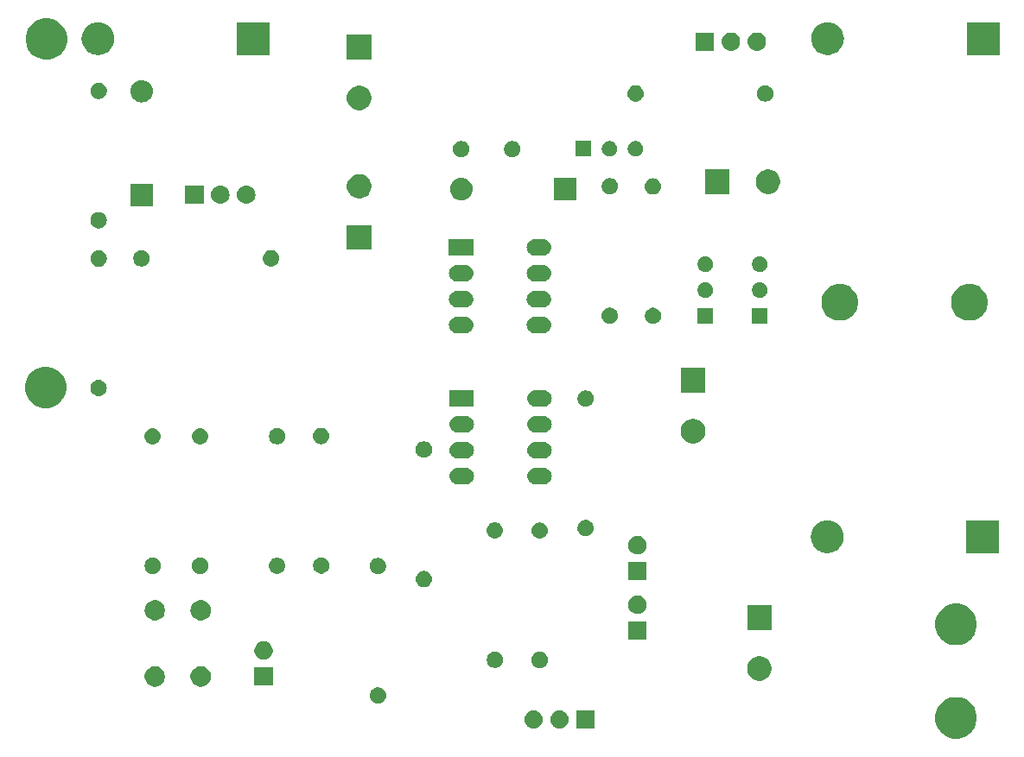
<source format=gbr>
%TF.GenerationSoftware,KiCad,Pcbnew,(5.0.2)-1*%
%TF.CreationDate,2019-01-28T10:12:54+09:00*%
%TF.ProjectId,12f675-mppt,31326636-3735-42d6-9d70-70742e6b6963,rev?*%
%TF.SameCoordinates,Original*%
%TF.FileFunction,Soldermask,Top*%
%TF.FilePolarity,Negative*%
%FSLAX46Y46*%
G04 Gerber Fmt 4.6, Leading zero omitted, Abs format (unit mm)*
G04 Created by KiCad (PCBNEW (5.0.2)-1) date 2019-01-28 오전 10:12:54*
%MOMM*%
%LPD*%
G01*
G04 APERTURE LIST*
%ADD10C,0.100000*%
G04 APERTURE END LIST*
D10*
G36*
X125382912Y-106250088D02*
X125752710Y-106403263D01*
X125752713Y-106403265D01*
X126085525Y-106625643D01*
X126368557Y-106908675D01*
X126590935Y-107241487D01*
X126590937Y-107241490D01*
X126744112Y-107611288D01*
X126822200Y-108003864D01*
X126822200Y-108404136D01*
X126744112Y-108796712D01*
X126590937Y-109166510D01*
X126590935Y-109166513D01*
X126368557Y-109499325D01*
X126085525Y-109782357D01*
X125752713Y-110004735D01*
X125752710Y-110004737D01*
X125382912Y-110157912D01*
X124990336Y-110236000D01*
X124590064Y-110236000D01*
X124197488Y-110157912D01*
X123827690Y-110004737D01*
X123827687Y-110004735D01*
X123494875Y-109782357D01*
X123211843Y-109499325D01*
X122989465Y-109166513D01*
X122989463Y-109166510D01*
X122836288Y-108796712D01*
X122758200Y-108404136D01*
X122758200Y-108003864D01*
X122836288Y-107611288D01*
X122989463Y-107241490D01*
X122989465Y-107241487D01*
X123211843Y-106908675D01*
X123494875Y-106625643D01*
X123827687Y-106403265D01*
X123827690Y-106403263D01*
X124197488Y-106250088D01*
X124590064Y-106172000D01*
X124990336Y-106172000D01*
X125382912Y-106250088D01*
X125382912Y-106250088D01*
G37*
G36*
X89373280Y-109271640D02*
X87573280Y-109271640D01*
X87573280Y-107471640D01*
X89373280Y-107471640D01*
X89373280Y-109271640D01*
X89373280Y-109271640D01*
G37*
G36*
X83569712Y-107484662D02*
X83739361Y-107536125D01*
X83895713Y-107619696D01*
X84032755Y-107732165D01*
X84145224Y-107869207D01*
X84228795Y-108025559D01*
X84280258Y-108195208D01*
X84297634Y-108371640D01*
X84280258Y-108548072D01*
X84228795Y-108717721D01*
X84145224Y-108874073D01*
X84032755Y-109011115D01*
X83895713Y-109123584D01*
X83739361Y-109207155D01*
X83569712Y-109258618D01*
X83437491Y-109271640D01*
X83349069Y-109271640D01*
X83216848Y-109258618D01*
X83047199Y-109207155D01*
X82890847Y-109123584D01*
X82753805Y-109011115D01*
X82641336Y-108874073D01*
X82557765Y-108717721D01*
X82506302Y-108548072D01*
X82488926Y-108371640D01*
X82506302Y-108195208D01*
X82557765Y-108025559D01*
X82641336Y-107869207D01*
X82753805Y-107732165D01*
X82890847Y-107619696D01*
X83047199Y-107536125D01*
X83216848Y-107484662D01*
X83349069Y-107471640D01*
X83437491Y-107471640D01*
X83569712Y-107484662D01*
X83569712Y-107484662D01*
G37*
G36*
X86109712Y-107484662D02*
X86279361Y-107536125D01*
X86435713Y-107619696D01*
X86572755Y-107732165D01*
X86685224Y-107869207D01*
X86768795Y-108025559D01*
X86820258Y-108195208D01*
X86837634Y-108371640D01*
X86820258Y-108548072D01*
X86768795Y-108717721D01*
X86685224Y-108874073D01*
X86572755Y-109011115D01*
X86435713Y-109123584D01*
X86279361Y-109207155D01*
X86109712Y-109258618D01*
X85977491Y-109271640D01*
X85889069Y-109271640D01*
X85756848Y-109258618D01*
X85587199Y-109207155D01*
X85430847Y-109123584D01*
X85293805Y-109011115D01*
X85181336Y-108874073D01*
X85097765Y-108717721D01*
X85046302Y-108548072D01*
X85028926Y-108371640D01*
X85046302Y-108195208D01*
X85097765Y-108025559D01*
X85181336Y-107869207D01*
X85293805Y-107732165D01*
X85430847Y-107619696D01*
X85587199Y-107536125D01*
X85756848Y-107484662D01*
X85889069Y-107471640D01*
X85977491Y-107471640D01*
X86109712Y-107484662D01*
X86109712Y-107484662D01*
G37*
G36*
X68260769Y-105222237D02*
X68299947Y-105226096D01*
X68375348Y-105248969D01*
X68450749Y-105271841D01*
X68589728Y-105346128D01*
X68711542Y-105446098D01*
X68811512Y-105567912D01*
X68885799Y-105706891D01*
X68931544Y-105857694D01*
X68946990Y-106014520D01*
X68931544Y-106171346D01*
X68885799Y-106322149D01*
X68811512Y-106461128D01*
X68711542Y-106582942D01*
X68589728Y-106682912D01*
X68450749Y-106757199D01*
X68375348Y-106780071D01*
X68299947Y-106802944D01*
X68260769Y-106806803D01*
X68182415Y-106814520D01*
X68103825Y-106814520D01*
X68025471Y-106806803D01*
X67986293Y-106802944D01*
X67910892Y-106780071D01*
X67835491Y-106757199D01*
X67696512Y-106682912D01*
X67574698Y-106582942D01*
X67474728Y-106461128D01*
X67400441Y-106322149D01*
X67354696Y-106171346D01*
X67339250Y-106014520D01*
X67354696Y-105857694D01*
X67400441Y-105706891D01*
X67474728Y-105567912D01*
X67574698Y-105446098D01*
X67696512Y-105346128D01*
X67835491Y-105271841D01*
X67910892Y-105248969D01*
X67986293Y-105226096D01*
X68025471Y-105222237D01*
X68103825Y-105214520D01*
X68182415Y-105214520D01*
X68260769Y-105222237D01*
X68260769Y-105222237D01*
G37*
G36*
X50959650Y-103175692D02*
X51075569Y-103198749D01*
X51257558Y-103274131D01*
X51421343Y-103383569D01*
X51560631Y-103522857D01*
X51670069Y-103686642D01*
X51745451Y-103868631D01*
X51783880Y-104061829D01*
X51783880Y-104258811D01*
X51745451Y-104452009D01*
X51670069Y-104633998D01*
X51560631Y-104797783D01*
X51421343Y-104937071D01*
X51257558Y-105046509D01*
X51075569Y-105121891D01*
X50959650Y-105144948D01*
X50882373Y-105160320D01*
X50685387Y-105160320D01*
X50608110Y-105144948D01*
X50492191Y-105121891D01*
X50310202Y-105046509D01*
X50146417Y-104937071D01*
X50007129Y-104797783D01*
X49897691Y-104633998D01*
X49822309Y-104452009D01*
X49783880Y-104258811D01*
X49783880Y-104061829D01*
X49822309Y-103868631D01*
X49897691Y-103686642D01*
X50007129Y-103522857D01*
X50146417Y-103383569D01*
X50310202Y-103274131D01*
X50492191Y-103198749D01*
X50608110Y-103175692D01*
X50685387Y-103160320D01*
X50882373Y-103160320D01*
X50959650Y-103175692D01*
X50959650Y-103175692D01*
G37*
G36*
X46459650Y-103175692D02*
X46575569Y-103198749D01*
X46757558Y-103274131D01*
X46921343Y-103383569D01*
X47060631Y-103522857D01*
X47170069Y-103686642D01*
X47245451Y-103868631D01*
X47283880Y-104061829D01*
X47283880Y-104258811D01*
X47245451Y-104452009D01*
X47170069Y-104633998D01*
X47060631Y-104797783D01*
X46921343Y-104937071D01*
X46757558Y-105046509D01*
X46575569Y-105121891D01*
X46459650Y-105144948D01*
X46382373Y-105160320D01*
X46185387Y-105160320D01*
X46108110Y-105144948D01*
X45992191Y-105121891D01*
X45810202Y-105046509D01*
X45646417Y-104937071D01*
X45507129Y-104797783D01*
X45397691Y-104633998D01*
X45322309Y-104452009D01*
X45283880Y-104258811D01*
X45283880Y-104061829D01*
X45322309Y-103868631D01*
X45397691Y-103686642D01*
X45507129Y-103522857D01*
X45646417Y-103383569D01*
X45810202Y-103274131D01*
X45992191Y-103198749D01*
X46108110Y-103175692D01*
X46185387Y-103160320D01*
X46382373Y-103160320D01*
X46459650Y-103175692D01*
X46459650Y-103175692D01*
G37*
G36*
X57836640Y-105055240D02*
X56036640Y-105055240D01*
X56036640Y-103255240D01*
X57836640Y-103255240D01*
X57836640Y-105055240D01*
X57836640Y-105055240D01*
G37*
G36*
X105866706Y-102220315D02*
X106085092Y-102310773D01*
X106281638Y-102442101D01*
X106448779Y-102609242D01*
X106580107Y-102805788D01*
X106670565Y-103024174D01*
X106716680Y-103256009D01*
X106716680Y-103492391D01*
X106670565Y-103724226D01*
X106580107Y-103942612D01*
X106448779Y-104139158D01*
X106281638Y-104306299D01*
X106085092Y-104437627D01*
X105866706Y-104528085D01*
X105634871Y-104574200D01*
X105398489Y-104574200D01*
X105166654Y-104528085D01*
X104948268Y-104437627D01*
X104751722Y-104306299D01*
X104584581Y-104139158D01*
X104453253Y-103942612D01*
X104362795Y-103724226D01*
X104316680Y-103492391D01*
X104316680Y-103256009D01*
X104362795Y-103024174D01*
X104453253Y-102805788D01*
X104584581Y-102609242D01*
X104751722Y-102442101D01*
X104948268Y-102310773D01*
X105166654Y-102220315D01*
X105398489Y-102174200D01*
X105634871Y-102174200D01*
X105866706Y-102220315D01*
X105866706Y-102220315D01*
G37*
G36*
X84226072Y-101765463D02*
X84371661Y-101825768D01*
X84502693Y-101913321D01*
X84614119Y-102024747D01*
X84701672Y-102155779D01*
X84761977Y-102301368D01*
X84792720Y-102455925D01*
X84792720Y-102613515D01*
X84761977Y-102768072D01*
X84701672Y-102913661D01*
X84614119Y-103044693D01*
X84502693Y-103156119D01*
X84371661Y-103243672D01*
X84226072Y-103303977D01*
X84071515Y-103334720D01*
X83913925Y-103334720D01*
X83759368Y-103303977D01*
X83613779Y-103243672D01*
X83482747Y-103156119D01*
X83371321Y-103044693D01*
X83283768Y-102913661D01*
X83223463Y-102768072D01*
X83192720Y-102613515D01*
X83192720Y-102455925D01*
X83223463Y-102301368D01*
X83283768Y-102155779D01*
X83371321Y-102024747D01*
X83482747Y-101913321D01*
X83613779Y-101825768D01*
X83759368Y-101765463D01*
X83913925Y-101734720D01*
X84071515Y-101734720D01*
X84226072Y-101765463D01*
X84226072Y-101765463D01*
G37*
G36*
X79831872Y-101745143D02*
X79977461Y-101805448D01*
X80108493Y-101893001D01*
X80219919Y-102004427D01*
X80307472Y-102135459D01*
X80367777Y-102281048D01*
X80398520Y-102435605D01*
X80398520Y-102593195D01*
X80367777Y-102747752D01*
X80307472Y-102893341D01*
X80219919Y-103024373D01*
X80108493Y-103135799D01*
X79977461Y-103223352D01*
X79831872Y-103283657D01*
X79677315Y-103314400D01*
X79519725Y-103314400D01*
X79365168Y-103283657D01*
X79219579Y-103223352D01*
X79088547Y-103135799D01*
X78977121Y-103024373D01*
X78889568Y-102893341D01*
X78829263Y-102747752D01*
X78798520Y-102593195D01*
X78798520Y-102435605D01*
X78829263Y-102281048D01*
X78889568Y-102135459D01*
X78977121Y-102004427D01*
X79088547Y-101893001D01*
X79219579Y-101805448D01*
X79365168Y-101745143D01*
X79519725Y-101714400D01*
X79677315Y-101714400D01*
X79831872Y-101745143D01*
X79831872Y-101745143D01*
G37*
G36*
X57199161Y-100749826D02*
X57362949Y-100817669D01*
X57510360Y-100916166D01*
X57635714Y-101041520D01*
X57734211Y-101188931D01*
X57802054Y-101352719D01*
X57836640Y-101526596D01*
X57836640Y-101703884D01*
X57802054Y-101877761D01*
X57734211Y-102041549D01*
X57635714Y-102188960D01*
X57510360Y-102314314D01*
X57362949Y-102412811D01*
X57199161Y-102480654D01*
X57025284Y-102515240D01*
X56847996Y-102515240D01*
X56674119Y-102480654D01*
X56510331Y-102412811D01*
X56362920Y-102314314D01*
X56237566Y-102188960D01*
X56139069Y-102041549D01*
X56071226Y-101877761D01*
X56036640Y-101703884D01*
X56036640Y-101526596D01*
X56071226Y-101352719D01*
X56139069Y-101188931D01*
X56237566Y-101041520D01*
X56362920Y-100916166D01*
X56510331Y-100817669D01*
X56674119Y-100749826D01*
X56847996Y-100715240D01*
X57025284Y-100715240D01*
X57199161Y-100749826D01*
X57199161Y-100749826D01*
G37*
G36*
X125382912Y-97101008D02*
X125752710Y-97254183D01*
X125752713Y-97254185D01*
X126085525Y-97476563D01*
X126368557Y-97759595D01*
X126545574Y-98024520D01*
X126590937Y-98092410D01*
X126744112Y-98462208D01*
X126822200Y-98854784D01*
X126822200Y-99255056D01*
X126744112Y-99647632D01*
X126590937Y-100017430D01*
X126590935Y-100017433D01*
X126368557Y-100350245D01*
X126085525Y-100633277D01*
X125752713Y-100855655D01*
X125752710Y-100855657D01*
X125382912Y-101008832D01*
X124990336Y-101086920D01*
X124590064Y-101086920D01*
X124197488Y-101008832D01*
X123827690Y-100855657D01*
X123827687Y-100855655D01*
X123494875Y-100633277D01*
X123211843Y-100350245D01*
X122989465Y-100017433D01*
X122989463Y-100017430D01*
X122836288Y-99647632D01*
X122758200Y-99255056D01*
X122758200Y-98854784D01*
X122836288Y-98462208D01*
X122989463Y-98092410D01*
X123034826Y-98024520D01*
X123211843Y-97759595D01*
X123494875Y-97476563D01*
X123827687Y-97254185D01*
X123827690Y-97254183D01*
X124197488Y-97101008D01*
X124590064Y-97022920D01*
X124990336Y-97022920D01*
X125382912Y-97101008D01*
X125382912Y-97101008D01*
G37*
G36*
X94473600Y-100564520D02*
X92673600Y-100564520D01*
X92673600Y-98764520D01*
X94473600Y-98764520D01*
X94473600Y-100564520D01*
X94473600Y-100564520D01*
G37*
G36*
X106716680Y-99574200D02*
X104316680Y-99574200D01*
X104316680Y-97174200D01*
X106716680Y-97174200D01*
X106716680Y-99574200D01*
X106716680Y-99574200D01*
G37*
G36*
X46459650Y-96675692D02*
X46575569Y-96698749D01*
X46757558Y-96774131D01*
X46921343Y-96883569D01*
X47060631Y-97022857D01*
X47170069Y-97186642D01*
X47245451Y-97368631D01*
X47266920Y-97476563D01*
X47281693Y-97550830D01*
X47283880Y-97561829D01*
X47283880Y-97758811D01*
X47245451Y-97952009D01*
X47170069Y-98133998D01*
X47060631Y-98297783D01*
X46921343Y-98437071D01*
X46757558Y-98546509D01*
X46575569Y-98621891D01*
X46459650Y-98644948D01*
X46382373Y-98660320D01*
X46185387Y-98660320D01*
X46108110Y-98644948D01*
X45992191Y-98621891D01*
X45810202Y-98546509D01*
X45646417Y-98437071D01*
X45507129Y-98297783D01*
X45397691Y-98133998D01*
X45322309Y-97952009D01*
X45283880Y-97758811D01*
X45283880Y-97561829D01*
X45286068Y-97550830D01*
X45300840Y-97476563D01*
X45322309Y-97368631D01*
X45397691Y-97186642D01*
X45507129Y-97022857D01*
X45646417Y-96883569D01*
X45810202Y-96774131D01*
X45992191Y-96698749D01*
X46108110Y-96675692D01*
X46185387Y-96660320D01*
X46382373Y-96660320D01*
X46459650Y-96675692D01*
X46459650Y-96675692D01*
G37*
G36*
X50959650Y-96675692D02*
X51075569Y-96698749D01*
X51257558Y-96774131D01*
X51421343Y-96883569D01*
X51560631Y-97022857D01*
X51670069Y-97186642D01*
X51745451Y-97368631D01*
X51766920Y-97476563D01*
X51781693Y-97550830D01*
X51783880Y-97561829D01*
X51783880Y-97758811D01*
X51745451Y-97952009D01*
X51670069Y-98133998D01*
X51560631Y-98297783D01*
X51421343Y-98437071D01*
X51257558Y-98546509D01*
X51075569Y-98621891D01*
X50959650Y-98644948D01*
X50882373Y-98660320D01*
X50685387Y-98660320D01*
X50608110Y-98644948D01*
X50492191Y-98621891D01*
X50310202Y-98546509D01*
X50146417Y-98437071D01*
X50007129Y-98297783D01*
X49897691Y-98133998D01*
X49822309Y-97952009D01*
X49783880Y-97758811D01*
X49783880Y-97561829D01*
X49786068Y-97550830D01*
X49800840Y-97476563D01*
X49822309Y-97368631D01*
X49897691Y-97186642D01*
X50007129Y-97022857D01*
X50146417Y-96883569D01*
X50310202Y-96774131D01*
X50492191Y-96698749D01*
X50608110Y-96675692D01*
X50685387Y-96660320D01*
X50882373Y-96660320D01*
X50959650Y-96675692D01*
X50959650Y-96675692D01*
G37*
G36*
X93836121Y-96259106D02*
X93999909Y-96326949D01*
X94147320Y-96425446D01*
X94272674Y-96550800D01*
X94371171Y-96698211D01*
X94439014Y-96861999D01*
X94473600Y-97035876D01*
X94473600Y-97213164D01*
X94439014Y-97387041D01*
X94371171Y-97550829D01*
X94272674Y-97698240D01*
X94147320Y-97823594D01*
X93999909Y-97922091D01*
X93836121Y-97989934D01*
X93662244Y-98024520D01*
X93484956Y-98024520D01*
X93311079Y-97989934D01*
X93147291Y-97922091D01*
X92999880Y-97823594D01*
X92874526Y-97698240D01*
X92776029Y-97550829D01*
X92708186Y-97387041D01*
X92673600Y-97213164D01*
X92673600Y-97035876D01*
X92708186Y-96861999D01*
X92776029Y-96698211D01*
X92874526Y-96550800D01*
X92999880Y-96425446D01*
X93147291Y-96326949D01*
X93311079Y-96259106D01*
X93484956Y-96224520D01*
X93662244Y-96224520D01*
X93836121Y-96259106D01*
X93836121Y-96259106D01*
G37*
G36*
X72766729Y-93807477D02*
X72805907Y-93811336D01*
X72881307Y-93834208D01*
X72956709Y-93857081D01*
X73095688Y-93931368D01*
X73217502Y-94031338D01*
X73317472Y-94153152D01*
X73391759Y-94292131D01*
X73437504Y-94442934D01*
X73452950Y-94599760D01*
X73437504Y-94756586D01*
X73391759Y-94907389D01*
X73317472Y-95046368D01*
X73217502Y-95168182D01*
X73095688Y-95268152D01*
X72956709Y-95342439D01*
X72881308Y-95365311D01*
X72805907Y-95388184D01*
X72766729Y-95392043D01*
X72688375Y-95399760D01*
X72609785Y-95399760D01*
X72531431Y-95392043D01*
X72492253Y-95388184D01*
X72416852Y-95365311D01*
X72341451Y-95342439D01*
X72202472Y-95268152D01*
X72080658Y-95168182D01*
X71980688Y-95046368D01*
X71906401Y-94907389D01*
X71860656Y-94756586D01*
X71845210Y-94599760D01*
X71860656Y-94442934D01*
X71906401Y-94292131D01*
X71980688Y-94153152D01*
X72080658Y-94031338D01*
X72202472Y-93931368D01*
X72341451Y-93857081D01*
X72416853Y-93834208D01*
X72492253Y-93811336D01*
X72531431Y-93807477D01*
X72609785Y-93799760D01*
X72688375Y-93799760D01*
X72766729Y-93807477D01*
X72766729Y-93807477D01*
G37*
G36*
X94473600Y-94722520D02*
X92673600Y-94722520D01*
X92673600Y-92922520D01*
X94473600Y-92922520D01*
X94473600Y-94722520D01*
X94473600Y-94722520D01*
G37*
G36*
X68376472Y-92545263D02*
X68522061Y-92605568D01*
X68653093Y-92693121D01*
X68764519Y-92804547D01*
X68852072Y-92935579D01*
X68912377Y-93081168D01*
X68943120Y-93235725D01*
X68943120Y-93393315D01*
X68912377Y-93547872D01*
X68852072Y-93693461D01*
X68764519Y-93824493D01*
X68653093Y-93935919D01*
X68522061Y-94023472D01*
X68376472Y-94083777D01*
X68221915Y-94114520D01*
X68064325Y-94114520D01*
X67909768Y-94083777D01*
X67764179Y-94023472D01*
X67633147Y-93935919D01*
X67521721Y-93824493D01*
X67434168Y-93693461D01*
X67373863Y-93547872D01*
X67343120Y-93393315D01*
X67343120Y-93235725D01*
X67373863Y-93081168D01*
X67434168Y-92935579D01*
X67521721Y-92804547D01*
X67633147Y-92693121D01*
X67764179Y-92605568D01*
X67909768Y-92545263D01*
X68064325Y-92514520D01*
X68221915Y-92514520D01*
X68376472Y-92545263D01*
X68376472Y-92545263D01*
G37*
G36*
X50957152Y-92530023D02*
X51102741Y-92590328D01*
X51233773Y-92677881D01*
X51345199Y-92789307D01*
X51432752Y-92920339D01*
X51493057Y-93065928D01*
X51523800Y-93220485D01*
X51523800Y-93378075D01*
X51493057Y-93532632D01*
X51432752Y-93678221D01*
X51345199Y-93809253D01*
X51233773Y-93920679D01*
X51102741Y-94008232D01*
X50957152Y-94068537D01*
X50802595Y-94099280D01*
X50645005Y-94099280D01*
X50490448Y-94068537D01*
X50344859Y-94008232D01*
X50213827Y-93920679D01*
X50102401Y-93809253D01*
X50014848Y-93678221D01*
X49954543Y-93532632D01*
X49923800Y-93378075D01*
X49923800Y-93220485D01*
X49954543Y-93065928D01*
X50014848Y-92920339D01*
X50102401Y-92789307D01*
X50213827Y-92677881D01*
X50344859Y-92590328D01*
X50490448Y-92530023D01*
X50645005Y-92499280D01*
X50802595Y-92499280D01*
X50957152Y-92530023D01*
X50957152Y-92530023D01*
G37*
G36*
X46303872Y-92530023D02*
X46449461Y-92590328D01*
X46580493Y-92677881D01*
X46691919Y-92789307D01*
X46779472Y-92920339D01*
X46839777Y-93065928D01*
X46870520Y-93220485D01*
X46870520Y-93378075D01*
X46839777Y-93532632D01*
X46779472Y-93678221D01*
X46691919Y-93809253D01*
X46580493Y-93920679D01*
X46449461Y-94008232D01*
X46303872Y-94068537D01*
X46149315Y-94099280D01*
X45991725Y-94099280D01*
X45837168Y-94068537D01*
X45691579Y-94008232D01*
X45560547Y-93920679D01*
X45449121Y-93809253D01*
X45361568Y-93678221D01*
X45301263Y-93532632D01*
X45270520Y-93378075D01*
X45270520Y-93220485D01*
X45301263Y-93065928D01*
X45361568Y-92920339D01*
X45449121Y-92789307D01*
X45560547Y-92677881D01*
X45691579Y-92590328D01*
X45837168Y-92530023D01*
X45991725Y-92499280D01*
X46149315Y-92499280D01*
X46303872Y-92530023D01*
X46303872Y-92530023D01*
G37*
G36*
X58385249Y-92491757D02*
X58424427Y-92495616D01*
X58486745Y-92514520D01*
X58575229Y-92541361D01*
X58714208Y-92615648D01*
X58836022Y-92715618D01*
X58935992Y-92837432D01*
X59010279Y-92976411D01*
X59056024Y-93127214D01*
X59071470Y-93284040D01*
X59056024Y-93440866D01*
X59010279Y-93591669D01*
X58935992Y-93730648D01*
X58836022Y-93852462D01*
X58714208Y-93952432D01*
X58575229Y-94026719D01*
X58499828Y-94049591D01*
X58424427Y-94072464D01*
X58385249Y-94076323D01*
X58306895Y-94084040D01*
X58228305Y-94084040D01*
X58149951Y-94076323D01*
X58110773Y-94072464D01*
X58035372Y-94049591D01*
X57959971Y-94026719D01*
X57820992Y-93952432D01*
X57699178Y-93852462D01*
X57599208Y-93730648D01*
X57524921Y-93591669D01*
X57479176Y-93440866D01*
X57463730Y-93284040D01*
X57479176Y-93127214D01*
X57524921Y-92976411D01*
X57599208Y-92837432D01*
X57699178Y-92715618D01*
X57820992Y-92615648D01*
X57959971Y-92541361D01*
X58048455Y-92514520D01*
X58110773Y-92495616D01*
X58149951Y-92491757D01*
X58228305Y-92484040D01*
X58306895Y-92484040D01*
X58385249Y-92491757D01*
X58385249Y-92491757D01*
G37*
G36*
X62813872Y-92494463D02*
X62959461Y-92554768D01*
X63090493Y-92642321D01*
X63201919Y-92753747D01*
X63289472Y-92884779D01*
X63349777Y-93030368D01*
X63380520Y-93184925D01*
X63380520Y-93342515D01*
X63349777Y-93497072D01*
X63289472Y-93642661D01*
X63201919Y-93773693D01*
X63090493Y-93885119D01*
X62959461Y-93972672D01*
X62813872Y-94032977D01*
X62659315Y-94063720D01*
X62501725Y-94063720D01*
X62347168Y-94032977D01*
X62201579Y-93972672D01*
X62070547Y-93885119D01*
X61959121Y-93773693D01*
X61871568Y-93642661D01*
X61811263Y-93497072D01*
X61780520Y-93342515D01*
X61780520Y-93184925D01*
X61811263Y-93030368D01*
X61871568Y-92884779D01*
X61959121Y-92753747D01*
X62070547Y-92642321D01*
X62201579Y-92554768D01*
X62347168Y-92494463D01*
X62501725Y-92463720D01*
X62659315Y-92463720D01*
X62813872Y-92494463D01*
X62813872Y-92494463D01*
G37*
G36*
X93836121Y-90417106D02*
X93999909Y-90484949D01*
X94147320Y-90583446D01*
X94272674Y-90708800D01*
X94371171Y-90856211D01*
X94439014Y-91019999D01*
X94473600Y-91193876D01*
X94473600Y-91371164D01*
X94439014Y-91545041D01*
X94371171Y-91708829D01*
X94272674Y-91856240D01*
X94147320Y-91981594D01*
X93999909Y-92080091D01*
X93836121Y-92147934D01*
X93662244Y-92182520D01*
X93484956Y-92182520D01*
X93311079Y-92147934D01*
X93147291Y-92080091D01*
X92999880Y-91981594D01*
X92874526Y-91856240D01*
X92776029Y-91708829D01*
X92708186Y-91545041D01*
X92673600Y-91371164D01*
X92673600Y-91193876D01*
X92708186Y-91019999D01*
X92776029Y-90856211D01*
X92874526Y-90708800D01*
X92999880Y-90583446D01*
X93147291Y-90484949D01*
X93311079Y-90417106D01*
X93484956Y-90382520D01*
X93662244Y-90382520D01*
X93836121Y-90417106D01*
X93836121Y-90417106D01*
G37*
G36*
X112323350Y-88857117D02*
X112480055Y-88872551D01*
X112681122Y-88933544D01*
X112781657Y-88964041D01*
X112913887Y-89034720D01*
X113059613Y-89112612D01*
X113303245Y-89312555D01*
X113503188Y-89556187D01*
X113557380Y-89657573D01*
X113651759Y-89834143D01*
X113651759Y-89834144D01*
X113743249Y-90135745D01*
X113774141Y-90449400D01*
X113743249Y-90763055D01*
X113714990Y-90856211D01*
X113651759Y-91064657D01*
X113572346Y-91213228D01*
X113503188Y-91342613D01*
X113303245Y-91586245D01*
X113059613Y-91786188D01*
X112930228Y-91855346D01*
X112781657Y-91934759D01*
X112681122Y-91965256D01*
X112480055Y-92026249D01*
X112323350Y-92041683D01*
X112244998Y-92049400D01*
X112087802Y-92049400D01*
X112009450Y-92041683D01*
X111852745Y-92026249D01*
X111651678Y-91965256D01*
X111551143Y-91934759D01*
X111402572Y-91855346D01*
X111273187Y-91786188D01*
X111029555Y-91586245D01*
X110829612Y-91342613D01*
X110760454Y-91213228D01*
X110681041Y-91064657D01*
X110617810Y-90856211D01*
X110589551Y-90763055D01*
X110558659Y-90449400D01*
X110589551Y-90135745D01*
X110681041Y-89834144D01*
X110681041Y-89834143D01*
X110775420Y-89657573D01*
X110829612Y-89556187D01*
X111029555Y-89312555D01*
X111273187Y-89112612D01*
X111418913Y-89034720D01*
X111551143Y-88964041D01*
X111651678Y-88933544D01*
X111852745Y-88872551D01*
X112009450Y-88857117D01*
X112087802Y-88849400D01*
X112244998Y-88849400D01*
X112323350Y-88857117D01*
X112323350Y-88857117D01*
G37*
G36*
X129006400Y-92049400D02*
X125806400Y-92049400D01*
X125806400Y-88849400D01*
X129006400Y-88849400D01*
X129006400Y-92049400D01*
X129006400Y-92049400D01*
G37*
G36*
X84110369Y-89042437D02*
X84149547Y-89046296D01*
X84224948Y-89069169D01*
X84300349Y-89092041D01*
X84439328Y-89166328D01*
X84561142Y-89266298D01*
X84661112Y-89388112D01*
X84735399Y-89527091D01*
X84735399Y-89527092D01*
X84781144Y-89677893D01*
X84796590Y-89834720D01*
X84781144Y-89991547D01*
X84767208Y-90037488D01*
X84735399Y-90142349D01*
X84661112Y-90281328D01*
X84561142Y-90403142D01*
X84439328Y-90503112D01*
X84300349Y-90577399D01*
X84280414Y-90583446D01*
X84149547Y-90623144D01*
X84110369Y-90627003D01*
X84032015Y-90634720D01*
X83953425Y-90634720D01*
X83875071Y-90627003D01*
X83835893Y-90623144D01*
X83705026Y-90583446D01*
X83685091Y-90577399D01*
X83546112Y-90503112D01*
X83424298Y-90403142D01*
X83324328Y-90281328D01*
X83250041Y-90142349D01*
X83218232Y-90037488D01*
X83204296Y-89991547D01*
X83188850Y-89834720D01*
X83204296Y-89677893D01*
X83250041Y-89527092D01*
X83250041Y-89527091D01*
X83324328Y-89388112D01*
X83424298Y-89266298D01*
X83546112Y-89166328D01*
X83685091Y-89092041D01*
X83760492Y-89069169D01*
X83835893Y-89046296D01*
X83875071Y-89042437D01*
X83953425Y-89034720D01*
X84032015Y-89034720D01*
X84110369Y-89042437D01*
X84110369Y-89042437D01*
G37*
G36*
X79716169Y-89022117D02*
X79755347Y-89025976D01*
X79822333Y-89046296D01*
X79906149Y-89071721D01*
X80045128Y-89146008D01*
X80166942Y-89245978D01*
X80266912Y-89367792D01*
X80341199Y-89506771D01*
X80386944Y-89657574D01*
X80402390Y-89814400D01*
X80386944Y-89971226D01*
X80341199Y-90122029D01*
X80266912Y-90261008D01*
X80166942Y-90382822D01*
X80045128Y-90482792D01*
X79906149Y-90557079D01*
X79839162Y-90577399D01*
X79755347Y-90602824D01*
X79716169Y-90606683D01*
X79637815Y-90614400D01*
X79559225Y-90614400D01*
X79480871Y-90606683D01*
X79441693Y-90602824D01*
X79357878Y-90577399D01*
X79290891Y-90557079D01*
X79151912Y-90482792D01*
X79030098Y-90382822D01*
X78930128Y-90261008D01*
X78855841Y-90122029D01*
X78810096Y-89971226D01*
X78794650Y-89814400D01*
X78810096Y-89657574D01*
X78855841Y-89506771D01*
X78930128Y-89367792D01*
X79030098Y-89245978D01*
X79151912Y-89146008D01*
X79290891Y-89071721D01*
X79374707Y-89046296D01*
X79441693Y-89025976D01*
X79480871Y-89022117D01*
X79559225Y-89014400D01*
X79637815Y-89014400D01*
X79716169Y-89022117D01*
X79716169Y-89022117D01*
G37*
G36*
X88616329Y-88798597D02*
X88655507Y-88802456D01*
X88730908Y-88825329D01*
X88806309Y-88848201D01*
X88945288Y-88922488D01*
X89067102Y-89022458D01*
X89167072Y-89144272D01*
X89241359Y-89283251D01*
X89241359Y-89283252D01*
X89273169Y-89388114D01*
X89287104Y-89434054D01*
X89302550Y-89590880D01*
X89287104Y-89747706D01*
X89241359Y-89898509D01*
X89167072Y-90037488D01*
X89067102Y-90159302D01*
X88945288Y-90259272D01*
X88806309Y-90333559D01*
X88730907Y-90356432D01*
X88655507Y-90379304D01*
X88622854Y-90382520D01*
X88537975Y-90390880D01*
X88459385Y-90390880D01*
X88374506Y-90382520D01*
X88341853Y-90379304D01*
X88266453Y-90356432D01*
X88191051Y-90333559D01*
X88052072Y-90259272D01*
X87930258Y-90159302D01*
X87830288Y-90037488D01*
X87756001Y-89898509D01*
X87710256Y-89747706D01*
X87694810Y-89590880D01*
X87710256Y-89434054D01*
X87724192Y-89388114D01*
X87756001Y-89283252D01*
X87756001Y-89283251D01*
X87830288Y-89144272D01*
X87930258Y-89022458D01*
X88052072Y-88922488D01*
X88191051Y-88848201D01*
X88266452Y-88825329D01*
X88341853Y-88802456D01*
X88381031Y-88798597D01*
X88459385Y-88790880D01*
X88537975Y-88790880D01*
X88616329Y-88798597D01*
X88616329Y-88798597D01*
G37*
G36*
X76875129Y-83703357D02*
X76914307Y-83707216D01*
X76989708Y-83730089D01*
X77065109Y-83752961D01*
X77204088Y-83827248D01*
X77325902Y-83927218D01*
X77425872Y-84049032D01*
X77500159Y-84188011D01*
X77545904Y-84338814D01*
X77561350Y-84495640D01*
X77545904Y-84652466D01*
X77500159Y-84803269D01*
X77425872Y-84942248D01*
X77325902Y-85064062D01*
X77204088Y-85164032D01*
X77065109Y-85238319D01*
X76989708Y-85261191D01*
X76914307Y-85284064D01*
X76875129Y-85287923D01*
X76796775Y-85295640D01*
X75918185Y-85295640D01*
X75839831Y-85287923D01*
X75800653Y-85284064D01*
X75725252Y-85261191D01*
X75649851Y-85238319D01*
X75510872Y-85164032D01*
X75389058Y-85064062D01*
X75289088Y-84942248D01*
X75214801Y-84803269D01*
X75169056Y-84652466D01*
X75153610Y-84495640D01*
X75169056Y-84338814D01*
X75214801Y-84188011D01*
X75289088Y-84049032D01*
X75389058Y-83927218D01*
X75510872Y-83827248D01*
X75649851Y-83752961D01*
X75725252Y-83730089D01*
X75800653Y-83707216D01*
X75839831Y-83703357D01*
X75918185Y-83695640D01*
X76796775Y-83695640D01*
X76875129Y-83703357D01*
X76875129Y-83703357D01*
G37*
G36*
X84495129Y-83703357D02*
X84534307Y-83707216D01*
X84609708Y-83730089D01*
X84685109Y-83752961D01*
X84824088Y-83827248D01*
X84945902Y-83927218D01*
X85045872Y-84049032D01*
X85120159Y-84188011D01*
X85165904Y-84338814D01*
X85181350Y-84495640D01*
X85165904Y-84652466D01*
X85120159Y-84803269D01*
X85045872Y-84942248D01*
X84945902Y-85064062D01*
X84824088Y-85164032D01*
X84685109Y-85238319D01*
X84609708Y-85261191D01*
X84534307Y-85284064D01*
X84495129Y-85287923D01*
X84416775Y-85295640D01*
X83538185Y-85295640D01*
X83459831Y-85287923D01*
X83420653Y-85284064D01*
X83345252Y-85261191D01*
X83269851Y-85238319D01*
X83130872Y-85164032D01*
X83009058Y-85064062D01*
X82909088Y-84942248D01*
X82834801Y-84803269D01*
X82789056Y-84652466D01*
X82773610Y-84495640D01*
X82789056Y-84338814D01*
X82834801Y-84188011D01*
X82909088Y-84049032D01*
X83009058Y-83927218D01*
X83130872Y-83827248D01*
X83269851Y-83752961D01*
X83345252Y-83730089D01*
X83420653Y-83707216D01*
X83459831Y-83703357D01*
X83538185Y-83695640D01*
X84416775Y-83695640D01*
X84495129Y-83703357D01*
X84495129Y-83703357D01*
G37*
G36*
X76875129Y-81163357D02*
X76914307Y-81167216D01*
X76989708Y-81190089D01*
X77065109Y-81212961D01*
X77204088Y-81287248D01*
X77325902Y-81387218D01*
X77425872Y-81509032D01*
X77500159Y-81648011D01*
X77505740Y-81666409D01*
X77545904Y-81798813D01*
X77561350Y-81955640D01*
X77545904Y-82112467D01*
X77539641Y-82133112D01*
X77500159Y-82263269D01*
X77425872Y-82402248D01*
X77325902Y-82524062D01*
X77204088Y-82624032D01*
X77065109Y-82698319D01*
X76989708Y-82721191D01*
X76914307Y-82744064D01*
X76875129Y-82747923D01*
X76796775Y-82755640D01*
X75918185Y-82755640D01*
X75839831Y-82747923D01*
X75800653Y-82744064D01*
X75725252Y-82721191D01*
X75649851Y-82698319D01*
X75510872Y-82624032D01*
X75389058Y-82524062D01*
X75289088Y-82402248D01*
X75214801Y-82263269D01*
X75175319Y-82133112D01*
X75169056Y-82112467D01*
X75153610Y-81955640D01*
X75169056Y-81798813D01*
X75209220Y-81666409D01*
X75214801Y-81648011D01*
X75289088Y-81509032D01*
X75389058Y-81387218D01*
X75510872Y-81287248D01*
X75649851Y-81212961D01*
X75725252Y-81190089D01*
X75800653Y-81167216D01*
X75839831Y-81163357D01*
X75918185Y-81155640D01*
X76796775Y-81155640D01*
X76875129Y-81163357D01*
X76875129Y-81163357D01*
G37*
G36*
X84495129Y-81163357D02*
X84534307Y-81167216D01*
X84609708Y-81190089D01*
X84685109Y-81212961D01*
X84824088Y-81287248D01*
X84945902Y-81387218D01*
X85045872Y-81509032D01*
X85120159Y-81648011D01*
X85125740Y-81666409D01*
X85165904Y-81798813D01*
X85181350Y-81955640D01*
X85165904Y-82112467D01*
X85159641Y-82133112D01*
X85120159Y-82263269D01*
X85045872Y-82402248D01*
X84945902Y-82524062D01*
X84824088Y-82624032D01*
X84685109Y-82698319D01*
X84609708Y-82721191D01*
X84534307Y-82744064D01*
X84495129Y-82747923D01*
X84416775Y-82755640D01*
X83538185Y-82755640D01*
X83459831Y-82747923D01*
X83420653Y-82744064D01*
X83345252Y-82721191D01*
X83269851Y-82698319D01*
X83130872Y-82624032D01*
X83009058Y-82524062D01*
X82909088Y-82402248D01*
X82834801Y-82263269D01*
X82795319Y-82133112D01*
X82789056Y-82112467D01*
X82773610Y-81955640D01*
X82789056Y-81798813D01*
X82829220Y-81666409D01*
X82834801Y-81648011D01*
X82909088Y-81509032D01*
X83009058Y-81387218D01*
X83130872Y-81287248D01*
X83269851Y-81212961D01*
X83345252Y-81190089D01*
X83420653Y-81167216D01*
X83459831Y-81163357D01*
X83538185Y-81155640D01*
X84416775Y-81155640D01*
X84495129Y-81163357D01*
X84495129Y-81163357D01*
G37*
G36*
X72882432Y-81130503D02*
X73028021Y-81190808D01*
X73159053Y-81278361D01*
X73270479Y-81389787D01*
X73358032Y-81520819D01*
X73418337Y-81666408D01*
X73449080Y-81820965D01*
X73449080Y-81978555D01*
X73418337Y-82133112D01*
X73358032Y-82278701D01*
X73270479Y-82409733D01*
X73159053Y-82521159D01*
X73028021Y-82608712D01*
X72882432Y-82669017D01*
X72727875Y-82699760D01*
X72570285Y-82699760D01*
X72415728Y-82669017D01*
X72270139Y-82608712D01*
X72139107Y-82521159D01*
X72027681Y-82409733D01*
X71940128Y-82278701D01*
X71879823Y-82133112D01*
X71849080Y-81978555D01*
X71849080Y-81820965D01*
X71879823Y-81666408D01*
X71940128Y-81520819D01*
X72027681Y-81389787D01*
X72139107Y-81278361D01*
X72270139Y-81190808D01*
X72415728Y-81130503D01*
X72570285Y-81099760D01*
X72727875Y-81099760D01*
X72882432Y-81130503D01*
X72882432Y-81130503D01*
G37*
G36*
X50841449Y-79806997D02*
X50880627Y-79810856D01*
X50914202Y-79821041D01*
X51031429Y-79856601D01*
X51170408Y-79930888D01*
X51292222Y-80030858D01*
X51392192Y-80152672D01*
X51466479Y-80291651D01*
X51466479Y-80291652D01*
X51510724Y-80437507D01*
X51512224Y-80442454D01*
X51527670Y-80599280D01*
X51512224Y-80756106D01*
X51466479Y-80906909D01*
X51392192Y-81045888D01*
X51292222Y-81167702D01*
X51170408Y-81267672D01*
X51031429Y-81341959D01*
X50997853Y-81352144D01*
X50880627Y-81387704D01*
X50859447Y-81389790D01*
X50763095Y-81399280D01*
X50684505Y-81399280D01*
X50588153Y-81389790D01*
X50566973Y-81387704D01*
X50449747Y-81352144D01*
X50416171Y-81341959D01*
X50277192Y-81267672D01*
X50155378Y-81167702D01*
X50055408Y-81045888D01*
X49981121Y-80906909D01*
X49935376Y-80756106D01*
X49919930Y-80599280D01*
X49935376Y-80442454D01*
X49936877Y-80437507D01*
X49981121Y-80291652D01*
X49981121Y-80291651D01*
X50055408Y-80152672D01*
X50155378Y-80030858D01*
X50277192Y-79930888D01*
X50416171Y-79856601D01*
X50533398Y-79821041D01*
X50566973Y-79810856D01*
X50606151Y-79806997D01*
X50684505Y-79799280D01*
X50763095Y-79799280D01*
X50841449Y-79806997D01*
X50841449Y-79806997D01*
G37*
G36*
X46188169Y-79806997D02*
X46227347Y-79810856D01*
X46260922Y-79821041D01*
X46378149Y-79856601D01*
X46517128Y-79930888D01*
X46638942Y-80030858D01*
X46738912Y-80152672D01*
X46813199Y-80291651D01*
X46813199Y-80291652D01*
X46857444Y-80437507D01*
X46858944Y-80442454D01*
X46874390Y-80599280D01*
X46858944Y-80756106D01*
X46813199Y-80906909D01*
X46738912Y-81045888D01*
X46638942Y-81167702D01*
X46517128Y-81267672D01*
X46378149Y-81341959D01*
X46344573Y-81352144D01*
X46227347Y-81387704D01*
X46206167Y-81389790D01*
X46109815Y-81399280D01*
X46031225Y-81399280D01*
X45934873Y-81389790D01*
X45913693Y-81387704D01*
X45796467Y-81352144D01*
X45762891Y-81341959D01*
X45623912Y-81267672D01*
X45502098Y-81167702D01*
X45402128Y-81045888D01*
X45327841Y-80906909D01*
X45282096Y-80756106D01*
X45266650Y-80599280D01*
X45282096Y-80442454D01*
X45283597Y-80437507D01*
X45327841Y-80291652D01*
X45327841Y-80291651D01*
X45402128Y-80152672D01*
X45502098Y-80030858D01*
X45623912Y-79930888D01*
X45762891Y-79856601D01*
X45880118Y-79821041D01*
X45913693Y-79810856D01*
X45952871Y-79806997D01*
X46031225Y-79799280D01*
X46109815Y-79799280D01*
X46188169Y-79806997D01*
X46188169Y-79806997D01*
G37*
G36*
X58500952Y-79814783D02*
X58646541Y-79875088D01*
X58777573Y-79962641D01*
X58888999Y-80074067D01*
X58976552Y-80205099D01*
X59036857Y-80350688D01*
X59067600Y-80505245D01*
X59067600Y-80662835D01*
X59036857Y-80817392D01*
X58976552Y-80962981D01*
X58888999Y-81094013D01*
X58777573Y-81205439D01*
X58646541Y-81292992D01*
X58500952Y-81353297D01*
X58346395Y-81384040D01*
X58188805Y-81384040D01*
X58034248Y-81353297D01*
X57888659Y-81292992D01*
X57757627Y-81205439D01*
X57646201Y-81094013D01*
X57558648Y-80962981D01*
X57498343Y-80817392D01*
X57467600Y-80662835D01*
X57467600Y-80505245D01*
X57498343Y-80350688D01*
X57558648Y-80205099D01*
X57646201Y-80074067D01*
X57757627Y-79962641D01*
X57888659Y-79875088D01*
X58034248Y-79814783D01*
X58188805Y-79784040D01*
X58346395Y-79784040D01*
X58500952Y-79814783D01*
X58500952Y-79814783D01*
G37*
G36*
X62698169Y-79771437D02*
X62737347Y-79775296D01*
X62812747Y-79798168D01*
X62888149Y-79821041D01*
X63027128Y-79895328D01*
X63148942Y-79995298D01*
X63248912Y-80117112D01*
X63323199Y-80256091D01*
X63368944Y-80406894D01*
X63384390Y-80563720D01*
X63368944Y-80720546D01*
X63323199Y-80871349D01*
X63248912Y-81010328D01*
X63148942Y-81132142D01*
X63027128Y-81232112D01*
X62888149Y-81306399D01*
X62812747Y-81329272D01*
X62737347Y-81352144D01*
X62725640Y-81353297D01*
X62619815Y-81363720D01*
X62541225Y-81363720D01*
X62435400Y-81353297D01*
X62423693Y-81352144D01*
X62348293Y-81329272D01*
X62272891Y-81306399D01*
X62133912Y-81232112D01*
X62012098Y-81132142D01*
X61912128Y-81010328D01*
X61837841Y-80871349D01*
X61792096Y-80720546D01*
X61776650Y-80563720D01*
X61792096Y-80406894D01*
X61837841Y-80256091D01*
X61912128Y-80117112D01*
X62012098Y-79995298D01*
X62133912Y-79895328D01*
X62272891Y-79821041D01*
X62348293Y-79798168D01*
X62423693Y-79775296D01*
X62462871Y-79771437D01*
X62541225Y-79763720D01*
X62619815Y-79763720D01*
X62698169Y-79771437D01*
X62698169Y-79771437D01*
G37*
G36*
X99374466Y-78933595D02*
X99592852Y-79024053D01*
X99789398Y-79155381D01*
X99956539Y-79322522D01*
X100087867Y-79519068D01*
X100178325Y-79737454D01*
X100224440Y-79969289D01*
X100224440Y-80205671D01*
X100178325Y-80437506D01*
X100087867Y-80655892D01*
X99956539Y-80852438D01*
X99789398Y-81019579D01*
X99592852Y-81150907D01*
X99374466Y-81241365D01*
X99142631Y-81287480D01*
X98906249Y-81287480D01*
X98674414Y-81241365D01*
X98456028Y-81150907D01*
X98259482Y-81019579D01*
X98092341Y-80852438D01*
X97961013Y-80655892D01*
X97870555Y-80437506D01*
X97824440Y-80205671D01*
X97824440Y-79969289D01*
X97870555Y-79737454D01*
X97961013Y-79519068D01*
X98092341Y-79322522D01*
X98259482Y-79155381D01*
X98456028Y-79024053D01*
X98674414Y-78933595D01*
X98906249Y-78887480D01*
X99142631Y-78887480D01*
X99374466Y-78933595D01*
X99374466Y-78933595D01*
G37*
G36*
X76875129Y-78623357D02*
X76914307Y-78627216D01*
X76989708Y-78650089D01*
X77065109Y-78672961D01*
X77204088Y-78747248D01*
X77325902Y-78847218D01*
X77425872Y-78969032D01*
X77500159Y-79108011D01*
X77545904Y-79258814D01*
X77561350Y-79415640D01*
X77545904Y-79572466D01*
X77500159Y-79723269D01*
X77425872Y-79862248D01*
X77325902Y-79984062D01*
X77204088Y-80084032D01*
X77065109Y-80158319D01*
X76989707Y-80181192D01*
X76914307Y-80204064D01*
X76875129Y-80207923D01*
X76796775Y-80215640D01*
X75918185Y-80215640D01*
X75839831Y-80207923D01*
X75800653Y-80204064D01*
X75725252Y-80181191D01*
X75649851Y-80158319D01*
X75510872Y-80084032D01*
X75389058Y-79984062D01*
X75289088Y-79862248D01*
X75214801Y-79723269D01*
X75169056Y-79572466D01*
X75153610Y-79415640D01*
X75169056Y-79258814D01*
X75214801Y-79108011D01*
X75289088Y-78969032D01*
X75389058Y-78847218D01*
X75510872Y-78747248D01*
X75649851Y-78672961D01*
X75725252Y-78650089D01*
X75800653Y-78627216D01*
X75839831Y-78623357D01*
X75918185Y-78615640D01*
X76796775Y-78615640D01*
X76875129Y-78623357D01*
X76875129Y-78623357D01*
G37*
G36*
X84495129Y-78623357D02*
X84534307Y-78627216D01*
X84609708Y-78650089D01*
X84685109Y-78672961D01*
X84824088Y-78747248D01*
X84945902Y-78847218D01*
X85045872Y-78969032D01*
X85120159Y-79108011D01*
X85165904Y-79258814D01*
X85181350Y-79415640D01*
X85165904Y-79572466D01*
X85120159Y-79723269D01*
X85045872Y-79862248D01*
X84945902Y-79984062D01*
X84824088Y-80084032D01*
X84685109Y-80158319D01*
X84609707Y-80181192D01*
X84534307Y-80204064D01*
X84495129Y-80207923D01*
X84416775Y-80215640D01*
X83538185Y-80215640D01*
X83459831Y-80207923D01*
X83420653Y-80204064D01*
X83345252Y-80181191D01*
X83269851Y-80158319D01*
X83130872Y-80084032D01*
X83009058Y-79984062D01*
X82909088Y-79862248D01*
X82834801Y-79723269D01*
X82789056Y-79572466D01*
X82773610Y-79415640D01*
X82789056Y-79258814D01*
X82834801Y-79108011D01*
X82909088Y-78969032D01*
X83009058Y-78847218D01*
X83130872Y-78747248D01*
X83269851Y-78672961D01*
X83345252Y-78650089D01*
X83420653Y-78627216D01*
X83459831Y-78623357D01*
X83538185Y-78615640D01*
X84416775Y-78615640D01*
X84495129Y-78623357D01*
X84495129Y-78623357D01*
G37*
G36*
X36183192Y-73844768D02*
X36552990Y-73997943D01*
X36552993Y-73997945D01*
X36885805Y-74220323D01*
X37168837Y-74503355D01*
X37391215Y-74836167D01*
X37391217Y-74836170D01*
X37544392Y-75205968D01*
X37622480Y-75598544D01*
X37622480Y-75998816D01*
X37544392Y-76391392D01*
X37391217Y-76761190D01*
X37391215Y-76761193D01*
X37168837Y-77094005D01*
X36885805Y-77377037D01*
X36683401Y-77512279D01*
X36552990Y-77599417D01*
X36183192Y-77752592D01*
X35790616Y-77830680D01*
X35390344Y-77830680D01*
X34997768Y-77752592D01*
X34627970Y-77599417D01*
X34497559Y-77512279D01*
X34295155Y-77377037D01*
X34012123Y-77094005D01*
X33789745Y-76761193D01*
X33789743Y-76761190D01*
X33636568Y-76391392D01*
X33558480Y-75998816D01*
X33558480Y-75598544D01*
X33636568Y-75205968D01*
X33789743Y-74836170D01*
X33789745Y-74836167D01*
X34012123Y-74503355D01*
X34295155Y-74220323D01*
X34627967Y-73997945D01*
X34627970Y-73997943D01*
X34997768Y-73844768D01*
X35390344Y-73766680D01*
X35790616Y-73766680D01*
X36183192Y-73844768D01*
X36183192Y-73844768D01*
G37*
G36*
X88732032Y-76121623D02*
X88877621Y-76181928D01*
X89008653Y-76269481D01*
X89120079Y-76380907D01*
X89207632Y-76511939D01*
X89267937Y-76657528D01*
X89298680Y-76812085D01*
X89298680Y-76969675D01*
X89267937Y-77124232D01*
X89207632Y-77269821D01*
X89120079Y-77400853D01*
X89008653Y-77512279D01*
X88877621Y-77599832D01*
X88732032Y-77660137D01*
X88577475Y-77690880D01*
X88419885Y-77690880D01*
X88265328Y-77660137D01*
X88119739Y-77599832D01*
X87988707Y-77512279D01*
X87877281Y-77400853D01*
X87789728Y-77269821D01*
X87729423Y-77124232D01*
X87698680Y-76969675D01*
X87698680Y-76812085D01*
X87729423Y-76657528D01*
X87789728Y-76511939D01*
X87877281Y-76380907D01*
X87988707Y-76269481D01*
X88119739Y-76181928D01*
X88265328Y-76121623D01*
X88419885Y-76090880D01*
X88577475Y-76090880D01*
X88732032Y-76121623D01*
X88732032Y-76121623D01*
G37*
G36*
X77557480Y-77675640D02*
X75157480Y-77675640D01*
X75157480Y-76075640D01*
X77557480Y-76075640D01*
X77557480Y-77675640D01*
X77557480Y-77675640D01*
G37*
G36*
X84495129Y-76083357D02*
X84534307Y-76087216D01*
X84609708Y-76110089D01*
X84685109Y-76132961D01*
X84824088Y-76207248D01*
X84945902Y-76307218D01*
X85045872Y-76429032D01*
X85120159Y-76568011D01*
X85165904Y-76718814D01*
X85181350Y-76875640D01*
X85165904Y-77032466D01*
X85120159Y-77183269D01*
X85045872Y-77322248D01*
X84945902Y-77444062D01*
X84824088Y-77544032D01*
X84685109Y-77618319D01*
X84609708Y-77641191D01*
X84534307Y-77664064D01*
X84495129Y-77667923D01*
X84416775Y-77675640D01*
X83538185Y-77675640D01*
X83459831Y-77667923D01*
X83420653Y-77664064D01*
X83345252Y-77641191D01*
X83269851Y-77618319D01*
X83130872Y-77544032D01*
X83009058Y-77444062D01*
X82909088Y-77322248D01*
X82834801Y-77183269D01*
X82789056Y-77032466D01*
X82773610Y-76875640D01*
X82789056Y-76718814D01*
X82834801Y-76568011D01*
X82909088Y-76429032D01*
X83009058Y-76307218D01*
X83130872Y-76207248D01*
X83269851Y-76132961D01*
X83345252Y-76110089D01*
X83420653Y-76087216D01*
X83459831Y-76083357D01*
X83538185Y-76075640D01*
X84416775Y-76075640D01*
X84495129Y-76083357D01*
X84495129Y-76083357D01*
G37*
G36*
X40899889Y-75062277D02*
X40939067Y-75066136D01*
X41014467Y-75089008D01*
X41089869Y-75111881D01*
X41228848Y-75186168D01*
X41350662Y-75286138D01*
X41450632Y-75407952D01*
X41524919Y-75546931D01*
X41570664Y-75697734D01*
X41586110Y-75854560D01*
X41570664Y-76011386D01*
X41524919Y-76162189D01*
X41450632Y-76301168D01*
X41350662Y-76422982D01*
X41228848Y-76522952D01*
X41089869Y-76597239D01*
X41014467Y-76620112D01*
X40939067Y-76642984D01*
X40899889Y-76646843D01*
X40821535Y-76654560D01*
X40742945Y-76654560D01*
X40664591Y-76646843D01*
X40625413Y-76642984D01*
X40550013Y-76620112D01*
X40474611Y-76597239D01*
X40335632Y-76522952D01*
X40213818Y-76422982D01*
X40113848Y-76301168D01*
X40039561Y-76162189D01*
X39993816Y-76011386D01*
X39978370Y-75854560D01*
X39993816Y-75697734D01*
X40039561Y-75546931D01*
X40113848Y-75407952D01*
X40213818Y-75286138D01*
X40335632Y-75186168D01*
X40474611Y-75111881D01*
X40550013Y-75089008D01*
X40625413Y-75066136D01*
X40664591Y-75062277D01*
X40742945Y-75054560D01*
X40821535Y-75054560D01*
X40899889Y-75062277D01*
X40899889Y-75062277D01*
G37*
G36*
X100224440Y-76287480D02*
X97824440Y-76287480D01*
X97824440Y-73887480D01*
X100224440Y-73887480D01*
X100224440Y-76287480D01*
X100224440Y-76287480D01*
G37*
G36*
X84429089Y-68884997D02*
X84468267Y-68888856D01*
X84543667Y-68911728D01*
X84619069Y-68934601D01*
X84758048Y-69008888D01*
X84879862Y-69108858D01*
X84979832Y-69230672D01*
X85054119Y-69369651D01*
X85054119Y-69369652D01*
X85099864Y-69520453D01*
X85103016Y-69552457D01*
X85115310Y-69677280D01*
X85099864Y-69834106D01*
X85054119Y-69984909D01*
X84979832Y-70123888D01*
X84879862Y-70245702D01*
X84758048Y-70345672D01*
X84619069Y-70419959D01*
X84543668Y-70442831D01*
X84468267Y-70465704D01*
X84429089Y-70469563D01*
X84350735Y-70477280D01*
X83472145Y-70477280D01*
X83393791Y-70469563D01*
X83354613Y-70465704D01*
X83279212Y-70442831D01*
X83203811Y-70419959D01*
X83064832Y-70345672D01*
X82943018Y-70245702D01*
X82843048Y-70123888D01*
X82768761Y-69984909D01*
X82723016Y-69834106D01*
X82707570Y-69677280D01*
X82719864Y-69552457D01*
X82723016Y-69520453D01*
X82768761Y-69369652D01*
X82768761Y-69369651D01*
X82843048Y-69230672D01*
X82943018Y-69108858D01*
X83064832Y-69008888D01*
X83203811Y-68934601D01*
X83279213Y-68911728D01*
X83354613Y-68888856D01*
X83393791Y-68884997D01*
X83472145Y-68877280D01*
X84350735Y-68877280D01*
X84429089Y-68884997D01*
X84429089Y-68884997D01*
G37*
G36*
X76809089Y-68884997D02*
X76848267Y-68888856D01*
X76923667Y-68911728D01*
X76999069Y-68934601D01*
X77138048Y-69008888D01*
X77259862Y-69108858D01*
X77359832Y-69230672D01*
X77434119Y-69369651D01*
X77434119Y-69369652D01*
X77479864Y-69520453D01*
X77483016Y-69552457D01*
X77495310Y-69677280D01*
X77479864Y-69834106D01*
X77434119Y-69984909D01*
X77359832Y-70123888D01*
X77259862Y-70245702D01*
X77138048Y-70345672D01*
X76999069Y-70419959D01*
X76923668Y-70442831D01*
X76848267Y-70465704D01*
X76809089Y-70469563D01*
X76730735Y-70477280D01*
X75852145Y-70477280D01*
X75773791Y-70469563D01*
X75734613Y-70465704D01*
X75659212Y-70442831D01*
X75583811Y-70419959D01*
X75444832Y-70345672D01*
X75323018Y-70245702D01*
X75223048Y-70123888D01*
X75148761Y-69984909D01*
X75103016Y-69834106D01*
X75087570Y-69677280D01*
X75099864Y-69552457D01*
X75103016Y-69520453D01*
X75148761Y-69369652D01*
X75148761Y-69369651D01*
X75223048Y-69230672D01*
X75323018Y-69108858D01*
X75444832Y-69008888D01*
X75583811Y-68934601D01*
X75659213Y-68911728D01*
X75734613Y-68888856D01*
X75773791Y-68884997D01*
X75852145Y-68877280D01*
X76730735Y-68877280D01*
X76809089Y-68884997D01*
X76809089Y-68884997D01*
G37*
G36*
X95325872Y-68013943D02*
X95471461Y-68074248D01*
X95602493Y-68161801D01*
X95713919Y-68273227D01*
X95801472Y-68404259D01*
X95861777Y-68549848D01*
X95892520Y-68704405D01*
X95892520Y-68861995D01*
X95861777Y-69016552D01*
X95801472Y-69162141D01*
X95713919Y-69293173D01*
X95602493Y-69404599D01*
X95471461Y-69492152D01*
X95325872Y-69552457D01*
X95171315Y-69583200D01*
X95013725Y-69583200D01*
X94859168Y-69552457D01*
X94713579Y-69492152D01*
X94582547Y-69404599D01*
X94471121Y-69293173D01*
X94383568Y-69162141D01*
X94323263Y-69016552D01*
X94292520Y-68861995D01*
X94292520Y-68704405D01*
X94323263Y-68549848D01*
X94383568Y-68404259D01*
X94471121Y-68273227D01*
X94582547Y-68161801D01*
X94713579Y-68074248D01*
X94859168Y-68013943D01*
X95013725Y-67983200D01*
X95171315Y-67983200D01*
X95325872Y-68013943D01*
X95325872Y-68013943D01*
G37*
G36*
X90978529Y-67970597D02*
X91017707Y-67974456D01*
X91093107Y-67997328D01*
X91168509Y-68020201D01*
X91307488Y-68094488D01*
X91429302Y-68194458D01*
X91529272Y-68316272D01*
X91603559Y-68455251D01*
X91603559Y-68455252D01*
X91649304Y-68606053D01*
X91664750Y-68762880D01*
X91652343Y-68888856D01*
X91649304Y-68919706D01*
X91603559Y-69070509D01*
X91529272Y-69209488D01*
X91429302Y-69331302D01*
X91307488Y-69431272D01*
X91168509Y-69505559D01*
X91119409Y-69520453D01*
X91017707Y-69551304D01*
X91006000Y-69552457D01*
X90900175Y-69562880D01*
X90821585Y-69562880D01*
X90715760Y-69552457D01*
X90704053Y-69551304D01*
X90602351Y-69520453D01*
X90553251Y-69505559D01*
X90414272Y-69431272D01*
X90292458Y-69331302D01*
X90192488Y-69209488D01*
X90118201Y-69070509D01*
X90072456Y-68919706D01*
X90069418Y-68888856D01*
X90057010Y-68762880D01*
X90072456Y-68606053D01*
X90118201Y-68455252D01*
X90118201Y-68455251D01*
X90192488Y-68316272D01*
X90292458Y-68194458D01*
X90414272Y-68094488D01*
X90553251Y-68020201D01*
X90628653Y-67997328D01*
X90704053Y-67974456D01*
X90743231Y-67970597D01*
X90821585Y-67962880D01*
X90900175Y-67962880D01*
X90978529Y-67970597D01*
X90978529Y-67970597D01*
G37*
G36*
X106312240Y-69558440D02*
X104792240Y-69558440D01*
X104792240Y-68038440D01*
X106312240Y-68038440D01*
X106312240Y-69558440D01*
X106312240Y-69558440D01*
G37*
G36*
X100978240Y-69558440D02*
X99458240Y-69558440D01*
X99458240Y-68038440D01*
X100978240Y-68038440D01*
X100978240Y-69558440D01*
X100978240Y-69558440D01*
G37*
G36*
X113809962Y-65693275D02*
X113925881Y-65716333D01*
X114253460Y-65852021D01*
X114529935Y-66036756D01*
X114548276Y-66049011D01*
X114798989Y-66299724D01*
X114798991Y-66299727D01*
X114919529Y-66480124D01*
X114995980Y-66594542D01*
X115005877Y-66618435D01*
X115131667Y-66922119D01*
X115200840Y-67269876D01*
X115200840Y-67624444D01*
X115131667Y-67972201D01*
X115089397Y-68074249D01*
X114995980Y-68299778D01*
X114798989Y-68594596D01*
X114548276Y-68845309D01*
X114548273Y-68845311D01*
X114253460Y-69042299D01*
X113925881Y-69177987D01*
X113809962Y-69201045D01*
X113578126Y-69247160D01*
X113223554Y-69247160D01*
X112991718Y-69201045D01*
X112875799Y-69177987D01*
X112548220Y-69042299D01*
X112253407Y-68845311D01*
X112253404Y-68845309D01*
X112002691Y-68594596D01*
X111805700Y-68299778D01*
X111712283Y-68074249D01*
X111670013Y-67972201D01*
X111600840Y-67624444D01*
X111600840Y-67269876D01*
X111670013Y-66922119D01*
X111795803Y-66618435D01*
X111805700Y-66594542D01*
X111882152Y-66480124D01*
X112002689Y-66299727D01*
X112002691Y-66299724D01*
X112253404Y-66049011D01*
X112271745Y-66036756D01*
X112548220Y-65852021D01*
X112875799Y-65716333D01*
X112991718Y-65693275D01*
X113223554Y-65647160D01*
X113578126Y-65647160D01*
X113809962Y-65693275D01*
X113809962Y-65693275D01*
G37*
G36*
X126509962Y-65693275D02*
X126625881Y-65716333D01*
X126953460Y-65852021D01*
X127229935Y-66036756D01*
X127248276Y-66049011D01*
X127498989Y-66299724D01*
X127498991Y-66299727D01*
X127619529Y-66480124D01*
X127695980Y-66594542D01*
X127705877Y-66618435D01*
X127831667Y-66922119D01*
X127900840Y-67269876D01*
X127900840Y-67624444D01*
X127831667Y-67972201D01*
X127789397Y-68074249D01*
X127695980Y-68299778D01*
X127498989Y-68594596D01*
X127248276Y-68845309D01*
X127248273Y-68845311D01*
X126953460Y-69042299D01*
X126625881Y-69177987D01*
X126509962Y-69201045D01*
X126278126Y-69247160D01*
X125923554Y-69247160D01*
X125691718Y-69201045D01*
X125575799Y-69177987D01*
X125248220Y-69042299D01*
X124953407Y-68845311D01*
X124953404Y-68845309D01*
X124702691Y-68594596D01*
X124505700Y-68299778D01*
X124412283Y-68074249D01*
X124370013Y-67972201D01*
X124300840Y-67624444D01*
X124300840Y-67269876D01*
X124370013Y-66922119D01*
X124495803Y-66618435D01*
X124505700Y-66594542D01*
X124582152Y-66480124D01*
X124702689Y-66299727D01*
X124702691Y-66299724D01*
X124953404Y-66049011D01*
X124971745Y-66036756D01*
X125248220Y-65852021D01*
X125575799Y-65716333D01*
X125691718Y-65693275D01*
X125923554Y-65647160D01*
X126278126Y-65647160D01*
X126509962Y-65693275D01*
X126509962Y-65693275D01*
G37*
G36*
X76809089Y-66344997D02*
X76848267Y-66348856D01*
X76923667Y-66371728D01*
X76999069Y-66394601D01*
X77138048Y-66468888D01*
X77259862Y-66568858D01*
X77359832Y-66690672D01*
X77434119Y-66829651D01*
X77456991Y-66905052D01*
X77479864Y-66980453D01*
X77495310Y-67137280D01*
X77482251Y-67269876D01*
X77479864Y-67294106D01*
X77434119Y-67444909D01*
X77359832Y-67583888D01*
X77259862Y-67705702D01*
X77138048Y-67805672D01*
X76999069Y-67879959D01*
X76923667Y-67902832D01*
X76848267Y-67925704D01*
X76809089Y-67929563D01*
X76730735Y-67937280D01*
X75852145Y-67937280D01*
X75773791Y-67929563D01*
X75734613Y-67925704D01*
X75659213Y-67902832D01*
X75583811Y-67879959D01*
X75444832Y-67805672D01*
X75323018Y-67705702D01*
X75223048Y-67583888D01*
X75148761Y-67444909D01*
X75103016Y-67294106D01*
X75100630Y-67269876D01*
X75087570Y-67137280D01*
X75103016Y-66980453D01*
X75125889Y-66905052D01*
X75148761Y-66829651D01*
X75223048Y-66690672D01*
X75323018Y-66568858D01*
X75444832Y-66468888D01*
X75583811Y-66394601D01*
X75659213Y-66371728D01*
X75734613Y-66348856D01*
X75773791Y-66344997D01*
X75852145Y-66337280D01*
X76730735Y-66337280D01*
X76809089Y-66344997D01*
X76809089Y-66344997D01*
G37*
G36*
X84429089Y-66344997D02*
X84468267Y-66348856D01*
X84543667Y-66371728D01*
X84619069Y-66394601D01*
X84758048Y-66468888D01*
X84879862Y-66568858D01*
X84979832Y-66690672D01*
X85054119Y-66829651D01*
X85076991Y-66905052D01*
X85099864Y-66980453D01*
X85115310Y-67137280D01*
X85102251Y-67269876D01*
X85099864Y-67294106D01*
X85054119Y-67444909D01*
X84979832Y-67583888D01*
X84879862Y-67705702D01*
X84758048Y-67805672D01*
X84619069Y-67879959D01*
X84543667Y-67902832D01*
X84468267Y-67925704D01*
X84429089Y-67929563D01*
X84350735Y-67937280D01*
X83472145Y-67937280D01*
X83393791Y-67929563D01*
X83354613Y-67925704D01*
X83279213Y-67902832D01*
X83203811Y-67879959D01*
X83064832Y-67805672D01*
X82943018Y-67705702D01*
X82843048Y-67583888D01*
X82768761Y-67444909D01*
X82723016Y-67294106D01*
X82720630Y-67269876D01*
X82707570Y-67137280D01*
X82723016Y-66980453D01*
X82745889Y-66905052D01*
X82768761Y-66829651D01*
X82843048Y-66690672D01*
X82943018Y-66568858D01*
X83064832Y-66468888D01*
X83203811Y-66394601D01*
X83279213Y-66371728D01*
X83354613Y-66348856D01*
X83393791Y-66344997D01*
X83472145Y-66337280D01*
X84350735Y-66337280D01*
X84429089Y-66344997D01*
X84429089Y-66344997D01*
G37*
G36*
X105773923Y-65527646D02*
X105912232Y-65584935D01*
X106036716Y-65668113D01*
X106142567Y-65773964D01*
X106225745Y-65898448D01*
X106283034Y-66036757D01*
X106312240Y-66183585D01*
X106312240Y-66333295D01*
X106283034Y-66480123D01*
X106225745Y-66618432D01*
X106142567Y-66742916D01*
X106036716Y-66848767D01*
X105912232Y-66931945D01*
X105773923Y-66989234D01*
X105627095Y-67018440D01*
X105477385Y-67018440D01*
X105330557Y-66989234D01*
X105192248Y-66931945D01*
X105067764Y-66848767D01*
X104961913Y-66742916D01*
X104878735Y-66618432D01*
X104821446Y-66480123D01*
X104792240Y-66333295D01*
X104792240Y-66183585D01*
X104821446Y-66036757D01*
X104878735Y-65898448D01*
X104961913Y-65773964D01*
X105067764Y-65668113D01*
X105192248Y-65584935D01*
X105330557Y-65527646D01*
X105477385Y-65498440D01*
X105627095Y-65498440D01*
X105773923Y-65527646D01*
X105773923Y-65527646D01*
G37*
G36*
X100439923Y-65527646D02*
X100578232Y-65584935D01*
X100702716Y-65668113D01*
X100808567Y-65773964D01*
X100891745Y-65898448D01*
X100949034Y-66036757D01*
X100978240Y-66183585D01*
X100978240Y-66333295D01*
X100949034Y-66480123D01*
X100891745Y-66618432D01*
X100808567Y-66742916D01*
X100702716Y-66848767D01*
X100578232Y-66931945D01*
X100439923Y-66989234D01*
X100293095Y-67018440D01*
X100143385Y-67018440D01*
X99996557Y-66989234D01*
X99858248Y-66931945D01*
X99733764Y-66848767D01*
X99627913Y-66742916D01*
X99544735Y-66618432D01*
X99487446Y-66480123D01*
X99458240Y-66333295D01*
X99458240Y-66183585D01*
X99487446Y-66036757D01*
X99544735Y-65898448D01*
X99627913Y-65773964D01*
X99733764Y-65668113D01*
X99858248Y-65584935D01*
X99996557Y-65527646D01*
X100143385Y-65498440D01*
X100293095Y-65498440D01*
X100439923Y-65527646D01*
X100439923Y-65527646D01*
G37*
G36*
X76809089Y-63804997D02*
X76848267Y-63808856D01*
X76923668Y-63831729D01*
X76999069Y-63854601D01*
X77138048Y-63928888D01*
X77259862Y-64028858D01*
X77359832Y-64150672D01*
X77434119Y-64289651D01*
X77479864Y-64440454D01*
X77495310Y-64597280D01*
X77479864Y-64754106D01*
X77434119Y-64904909D01*
X77359832Y-65043888D01*
X77259862Y-65165702D01*
X77138048Y-65265672D01*
X76999069Y-65339959D01*
X76923668Y-65362831D01*
X76848267Y-65385704D01*
X76809089Y-65389563D01*
X76730735Y-65397280D01*
X75852145Y-65397280D01*
X75773791Y-65389563D01*
X75734613Y-65385704D01*
X75659212Y-65362831D01*
X75583811Y-65339959D01*
X75444832Y-65265672D01*
X75323018Y-65165702D01*
X75223048Y-65043888D01*
X75148761Y-64904909D01*
X75103016Y-64754106D01*
X75087570Y-64597280D01*
X75103016Y-64440454D01*
X75148761Y-64289651D01*
X75223048Y-64150672D01*
X75323018Y-64028858D01*
X75444832Y-63928888D01*
X75583811Y-63854601D01*
X75659212Y-63831729D01*
X75734613Y-63808856D01*
X75773791Y-63804997D01*
X75852145Y-63797280D01*
X76730735Y-63797280D01*
X76809089Y-63804997D01*
X76809089Y-63804997D01*
G37*
G36*
X84429089Y-63804997D02*
X84468267Y-63808856D01*
X84543668Y-63831729D01*
X84619069Y-63854601D01*
X84758048Y-63928888D01*
X84879862Y-64028858D01*
X84979832Y-64150672D01*
X85054119Y-64289651D01*
X85099864Y-64440454D01*
X85115310Y-64597280D01*
X85099864Y-64754106D01*
X85054119Y-64904909D01*
X84979832Y-65043888D01*
X84879862Y-65165702D01*
X84758048Y-65265672D01*
X84619069Y-65339959D01*
X84543668Y-65362831D01*
X84468267Y-65385704D01*
X84429089Y-65389563D01*
X84350735Y-65397280D01*
X83472145Y-65397280D01*
X83393791Y-65389563D01*
X83354613Y-65385704D01*
X83279212Y-65362831D01*
X83203811Y-65339959D01*
X83064832Y-65265672D01*
X82943018Y-65165702D01*
X82843048Y-65043888D01*
X82768761Y-64904909D01*
X82723016Y-64754106D01*
X82707570Y-64597280D01*
X82723016Y-64440454D01*
X82768761Y-64289651D01*
X82843048Y-64150672D01*
X82943018Y-64028858D01*
X83064832Y-63928888D01*
X83203811Y-63854601D01*
X83279212Y-63831729D01*
X83354613Y-63808856D01*
X83393791Y-63804997D01*
X83472145Y-63797280D01*
X84350735Y-63797280D01*
X84429089Y-63804997D01*
X84429089Y-63804997D01*
G37*
G36*
X105773923Y-62987646D02*
X105912232Y-63044935D01*
X106036716Y-63128113D01*
X106142567Y-63233964D01*
X106225745Y-63358448D01*
X106283034Y-63496757D01*
X106312240Y-63643585D01*
X106312240Y-63793295D01*
X106283034Y-63940123D01*
X106225745Y-64078432D01*
X106142567Y-64202916D01*
X106036716Y-64308767D01*
X105912232Y-64391945D01*
X105773923Y-64449234D01*
X105627095Y-64478440D01*
X105477385Y-64478440D01*
X105330557Y-64449234D01*
X105192248Y-64391945D01*
X105067764Y-64308767D01*
X104961913Y-64202916D01*
X104878735Y-64078432D01*
X104821446Y-63940123D01*
X104792240Y-63793295D01*
X104792240Y-63643585D01*
X104821446Y-63496757D01*
X104878735Y-63358448D01*
X104961913Y-63233964D01*
X105067764Y-63128113D01*
X105192248Y-63044935D01*
X105330557Y-62987646D01*
X105477385Y-62958440D01*
X105627095Y-62958440D01*
X105773923Y-62987646D01*
X105773923Y-62987646D01*
G37*
G36*
X100439923Y-62987646D02*
X100578232Y-63044935D01*
X100702716Y-63128113D01*
X100808567Y-63233964D01*
X100891745Y-63358448D01*
X100949034Y-63496757D01*
X100978240Y-63643585D01*
X100978240Y-63793295D01*
X100949034Y-63940123D01*
X100891745Y-64078432D01*
X100808567Y-64202916D01*
X100702716Y-64308767D01*
X100578232Y-64391945D01*
X100439923Y-64449234D01*
X100293095Y-64478440D01*
X100143385Y-64478440D01*
X99996557Y-64449234D01*
X99858248Y-64391945D01*
X99733764Y-64308767D01*
X99627913Y-64202916D01*
X99544735Y-64078432D01*
X99487446Y-63940123D01*
X99458240Y-63793295D01*
X99458240Y-63643585D01*
X99487446Y-63496757D01*
X99544735Y-63358448D01*
X99627913Y-63233964D01*
X99733764Y-63128113D01*
X99858248Y-63044935D01*
X99996557Y-62987646D01*
X100143385Y-62958440D01*
X100293095Y-62958440D01*
X100439923Y-62987646D01*
X100439923Y-62987646D01*
G37*
G36*
X41015592Y-62385303D02*
X41161181Y-62445608D01*
X41292213Y-62533161D01*
X41403639Y-62644587D01*
X41491192Y-62775619D01*
X41551497Y-62921208D01*
X41582240Y-63075765D01*
X41582240Y-63233355D01*
X41551497Y-63387912D01*
X41491192Y-63533501D01*
X41403639Y-63664533D01*
X41292213Y-63775959D01*
X41161181Y-63863512D01*
X41015592Y-63923817D01*
X40861035Y-63954560D01*
X40703445Y-63954560D01*
X40548888Y-63923817D01*
X40403299Y-63863512D01*
X40272267Y-63775959D01*
X40160841Y-63664533D01*
X40073288Y-63533501D01*
X40012983Y-63387912D01*
X39982240Y-63233355D01*
X39982240Y-63075765D01*
X40012983Y-62921208D01*
X40073288Y-62775619D01*
X40160841Y-62644587D01*
X40272267Y-62533161D01*
X40403299Y-62445608D01*
X40548888Y-62385303D01*
X40703445Y-62354560D01*
X40861035Y-62354560D01*
X41015592Y-62385303D01*
X41015592Y-62385303D01*
G37*
G36*
X57790889Y-62347037D02*
X57830067Y-62350896D01*
X57893252Y-62370063D01*
X57980869Y-62396641D01*
X58119848Y-62470928D01*
X58241662Y-62570898D01*
X58341632Y-62692712D01*
X58415919Y-62831691D01*
X58423681Y-62857280D01*
X58461664Y-62982493D01*
X58462172Y-62987647D01*
X58477110Y-63139320D01*
X58461664Y-63296146D01*
X58415919Y-63446949D01*
X58341632Y-63585928D01*
X58241662Y-63707742D01*
X58119848Y-63807712D01*
X57980869Y-63881999D01*
X57905468Y-63904871D01*
X57830067Y-63927744D01*
X57790889Y-63931603D01*
X57712535Y-63939320D01*
X57633945Y-63939320D01*
X57555591Y-63931603D01*
X57516413Y-63927744D01*
X57441012Y-63904871D01*
X57365611Y-63881999D01*
X57226632Y-63807712D01*
X57104818Y-63707742D01*
X57004848Y-63585928D01*
X56930561Y-63446949D01*
X56884816Y-63296146D01*
X56869370Y-63139320D01*
X56884308Y-62987647D01*
X56884816Y-62982493D01*
X56922799Y-62857280D01*
X56930561Y-62831691D01*
X57004848Y-62692712D01*
X57104818Y-62570898D01*
X57226632Y-62470928D01*
X57365611Y-62396641D01*
X57453228Y-62370063D01*
X57516413Y-62350896D01*
X57555591Y-62347037D01*
X57633945Y-62339320D01*
X57712535Y-62339320D01*
X57790889Y-62347037D01*
X57790889Y-62347037D01*
G37*
G36*
X45206592Y-62370063D02*
X45352181Y-62430368D01*
X45483213Y-62517921D01*
X45594639Y-62629347D01*
X45682192Y-62760379D01*
X45742497Y-62905968D01*
X45773240Y-63060525D01*
X45773240Y-63218115D01*
X45742497Y-63372672D01*
X45682192Y-63518261D01*
X45594639Y-63649293D01*
X45483213Y-63760719D01*
X45352181Y-63848272D01*
X45206592Y-63908577D01*
X45052035Y-63939320D01*
X44894445Y-63939320D01*
X44739888Y-63908577D01*
X44594299Y-63848272D01*
X44463267Y-63760719D01*
X44351841Y-63649293D01*
X44264288Y-63518261D01*
X44203983Y-63372672D01*
X44173240Y-63218115D01*
X44173240Y-63060525D01*
X44203983Y-62905968D01*
X44264288Y-62760379D01*
X44351841Y-62629347D01*
X44463267Y-62517921D01*
X44594299Y-62430368D01*
X44739888Y-62370063D01*
X44894445Y-62339320D01*
X45052035Y-62339320D01*
X45206592Y-62370063D01*
X45206592Y-62370063D01*
G37*
G36*
X84429089Y-61264997D02*
X84468267Y-61268856D01*
X84543667Y-61291728D01*
X84619069Y-61314601D01*
X84758048Y-61388888D01*
X84879862Y-61488858D01*
X84979832Y-61610672D01*
X85054119Y-61749651D01*
X85099864Y-61900454D01*
X85115310Y-62057280D01*
X85099864Y-62214106D01*
X85054119Y-62364909D01*
X84979832Y-62503888D01*
X84879862Y-62625702D01*
X84758048Y-62725672D01*
X84619069Y-62799959D01*
X84543667Y-62822832D01*
X84468267Y-62845704D01*
X84429089Y-62849563D01*
X84350735Y-62857280D01*
X83472145Y-62857280D01*
X83393791Y-62849563D01*
X83354613Y-62845704D01*
X83279213Y-62822832D01*
X83203811Y-62799959D01*
X83064832Y-62725672D01*
X82943018Y-62625702D01*
X82843048Y-62503888D01*
X82768761Y-62364909D01*
X82723016Y-62214106D01*
X82707570Y-62057280D01*
X82723016Y-61900454D01*
X82768761Y-61749651D01*
X82843048Y-61610672D01*
X82943018Y-61488858D01*
X83064832Y-61388888D01*
X83203811Y-61314601D01*
X83279213Y-61291728D01*
X83354613Y-61268856D01*
X83393791Y-61264997D01*
X83472145Y-61257280D01*
X84350735Y-61257280D01*
X84429089Y-61264997D01*
X84429089Y-61264997D01*
G37*
G36*
X77491440Y-62857280D02*
X75091440Y-62857280D01*
X75091440Y-61257280D01*
X77491440Y-61257280D01*
X77491440Y-62857280D01*
X77491440Y-62857280D01*
G37*
G36*
X67509240Y-62266680D02*
X65109240Y-62266680D01*
X65109240Y-59866680D01*
X67509240Y-59866680D01*
X67509240Y-62266680D01*
X67509240Y-62266680D01*
G37*
G36*
X40899889Y-58613237D02*
X40939067Y-58617096D01*
X41014468Y-58639969D01*
X41089869Y-58662841D01*
X41228848Y-58737128D01*
X41350662Y-58837098D01*
X41450632Y-58958912D01*
X41524919Y-59097891D01*
X41570664Y-59248694D01*
X41586110Y-59405520D01*
X41570664Y-59562346D01*
X41524919Y-59713149D01*
X41450632Y-59852128D01*
X41350662Y-59973942D01*
X41228848Y-60073912D01*
X41089869Y-60148199D01*
X41014467Y-60171072D01*
X40939067Y-60193944D01*
X40899889Y-60197803D01*
X40821535Y-60205520D01*
X40742945Y-60205520D01*
X40664591Y-60197803D01*
X40625413Y-60193944D01*
X40550013Y-60171072D01*
X40474611Y-60148199D01*
X40335632Y-60073912D01*
X40213818Y-59973942D01*
X40113848Y-59852128D01*
X40039561Y-59713149D01*
X39993816Y-59562346D01*
X39978370Y-59405520D01*
X39993816Y-59248694D01*
X40039561Y-59097891D01*
X40113848Y-58958912D01*
X40213818Y-58837098D01*
X40335632Y-58737128D01*
X40474611Y-58662841D01*
X40550012Y-58639969D01*
X40625413Y-58617096D01*
X40664591Y-58613237D01*
X40742945Y-58605520D01*
X40821535Y-58605520D01*
X40899889Y-58613237D01*
X40899889Y-58613237D01*
G37*
G36*
X46088480Y-58006160D02*
X43888480Y-58006160D01*
X43888480Y-55806160D01*
X46088480Y-55806160D01*
X46088480Y-58006160D01*
X46088480Y-58006160D01*
G37*
G36*
X55421432Y-56009022D02*
X55591081Y-56060485D01*
X55747433Y-56144056D01*
X55884475Y-56256525D01*
X55996944Y-56393567D01*
X56080515Y-56549919D01*
X56131978Y-56719568D01*
X56149354Y-56896000D01*
X56131978Y-57072432D01*
X56080515Y-57242081D01*
X55996944Y-57398433D01*
X55884475Y-57535475D01*
X55747433Y-57647944D01*
X55591081Y-57731515D01*
X55421432Y-57782978D01*
X55289211Y-57796000D01*
X55200789Y-57796000D01*
X55068568Y-57782978D01*
X54898919Y-57731515D01*
X54742567Y-57647944D01*
X54605525Y-57535475D01*
X54493056Y-57398433D01*
X54409485Y-57242081D01*
X54358022Y-57072432D01*
X54340646Y-56896000D01*
X54358022Y-56719568D01*
X54409485Y-56549919D01*
X54493056Y-56393567D01*
X54605525Y-56256525D01*
X54742567Y-56144056D01*
X54898919Y-56060485D01*
X55068568Y-56009022D01*
X55200789Y-55996000D01*
X55289211Y-55996000D01*
X55421432Y-56009022D01*
X55421432Y-56009022D01*
G37*
G36*
X52881432Y-56009022D02*
X53051081Y-56060485D01*
X53207433Y-56144056D01*
X53344475Y-56256525D01*
X53456944Y-56393567D01*
X53540515Y-56549919D01*
X53591978Y-56719568D01*
X53609354Y-56896000D01*
X53591978Y-57072432D01*
X53540515Y-57242081D01*
X53456944Y-57398433D01*
X53344475Y-57535475D01*
X53207433Y-57647944D01*
X53051081Y-57731515D01*
X52881432Y-57782978D01*
X52749211Y-57796000D01*
X52660789Y-57796000D01*
X52528568Y-57782978D01*
X52358919Y-57731515D01*
X52202567Y-57647944D01*
X52065525Y-57535475D01*
X51953056Y-57398433D01*
X51869485Y-57242081D01*
X51818022Y-57072432D01*
X51800646Y-56896000D01*
X51818022Y-56719568D01*
X51869485Y-56549919D01*
X51953056Y-56393567D01*
X52065525Y-56256525D01*
X52202567Y-56144056D01*
X52358919Y-56060485D01*
X52528568Y-56009022D01*
X52660789Y-55996000D01*
X52749211Y-55996000D01*
X52881432Y-56009022D01*
X52881432Y-56009022D01*
G37*
G36*
X51065000Y-57796000D02*
X49265000Y-57796000D01*
X49265000Y-55996000D01*
X51065000Y-55996000D01*
X51065000Y-57796000D01*
X51065000Y-57796000D01*
G37*
G36*
X87566680Y-57432120D02*
X85366680Y-57432120D01*
X85366680Y-55232120D01*
X87566680Y-55232120D01*
X87566680Y-57432120D01*
X87566680Y-57432120D01*
G37*
G36*
X76522319Y-55248036D02*
X76729666Y-55310935D01*
X76729668Y-55310936D01*
X76920764Y-55413078D01*
X77088261Y-55550539D01*
X77225722Y-55718036D01*
X77327864Y-55909132D01*
X77327865Y-55909134D01*
X77390764Y-56116481D01*
X77412002Y-56332120D01*
X77390764Y-56547759D01*
X77328931Y-56751593D01*
X77327864Y-56755108D01*
X77225722Y-56946204D01*
X77088261Y-57113701D01*
X76920764Y-57251162D01*
X76729668Y-57353304D01*
X76729666Y-57353305D01*
X76522319Y-57416204D01*
X76360718Y-57432120D01*
X76252642Y-57432120D01*
X76091041Y-57416204D01*
X75883694Y-57353305D01*
X75883692Y-57353304D01*
X75692596Y-57251162D01*
X75525099Y-57113701D01*
X75387638Y-56946204D01*
X75285496Y-56755108D01*
X75284430Y-56751593D01*
X75222596Y-56547759D01*
X75201358Y-56332120D01*
X75222596Y-56116481D01*
X75285495Y-55909134D01*
X75285496Y-55909132D01*
X75387638Y-55718036D01*
X75525099Y-55550539D01*
X75692596Y-55413078D01*
X75883692Y-55310936D01*
X75883694Y-55310935D01*
X76091041Y-55248036D01*
X76252642Y-55232120D01*
X76360718Y-55232120D01*
X76522319Y-55248036D01*
X76522319Y-55248036D01*
G37*
G36*
X66659266Y-54912795D02*
X66877652Y-55003253D01*
X67074198Y-55134581D01*
X67241339Y-55301722D01*
X67372667Y-55498268D01*
X67463125Y-55716654D01*
X67509240Y-55948489D01*
X67509240Y-56184871D01*
X67463125Y-56416706D01*
X67372667Y-56635092D01*
X67241339Y-56831638D01*
X67074198Y-56998779D01*
X66877652Y-57130107D01*
X66659266Y-57220565D01*
X66427431Y-57266680D01*
X66191049Y-57266680D01*
X65959214Y-57220565D01*
X65740828Y-57130107D01*
X65544282Y-56998779D01*
X65377141Y-56831638D01*
X65245813Y-56635092D01*
X65155355Y-56416706D01*
X65109240Y-56184871D01*
X65109240Y-55948489D01*
X65155355Y-55716654D01*
X65245813Y-55498268D01*
X65377141Y-55301722D01*
X65544282Y-55134581D01*
X65740828Y-55003253D01*
X65959214Y-54912795D01*
X66191049Y-54866680D01*
X66427431Y-54866680D01*
X66659266Y-54912795D01*
X66659266Y-54912795D01*
G37*
G36*
X95210169Y-55290917D02*
X95249347Y-55294776D01*
X95302616Y-55310935D01*
X95400149Y-55340521D01*
X95539128Y-55414808D01*
X95660942Y-55514778D01*
X95760912Y-55636592D01*
X95835199Y-55775571D01*
X95835199Y-55775572D01*
X95880944Y-55926373D01*
X95896390Y-56083200D01*
X95886938Y-56179173D01*
X95880944Y-56240026D01*
X95835199Y-56390829D01*
X95760912Y-56529808D01*
X95660942Y-56651622D01*
X95539128Y-56751592D01*
X95400149Y-56825879D01*
X95324748Y-56848751D01*
X95249347Y-56871624D01*
X95210169Y-56875483D01*
X95131815Y-56883200D01*
X95053225Y-56883200D01*
X94974871Y-56875483D01*
X94935693Y-56871624D01*
X94860292Y-56848751D01*
X94784891Y-56825879D01*
X94645912Y-56751592D01*
X94524098Y-56651622D01*
X94424128Y-56529808D01*
X94349841Y-56390829D01*
X94304096Y-56240026D01*
X94298103Y-56179173D01*
X94288650Y-56083200D01*
X94304096Y-55926373D01*
X94349841Y-55775572D01*
X94349841Y-55775571D01*
X94424128Y-55636592D01*
X94524098Y-55514778D01*
X94645912Y-55414808D01*
X94784891Y-55340521D01*
X94882424Y-55310935D01*
X94935693Y-55294776D01*
X94974871Y-55290917D01*
X95053225Y-55283200D01*
X95131815Y-55283200D01*
X95210169Y-55290917D01*
X95210169Y-55290917D01*
G37*
G36*
X91094232Y-55293623D02*
X91239821Y-55353928D01*
X91370853Y-55441481D01*
X91482279Y-55552907D01*
X91569832Y-55683939D01*
X91630137Y-55829528D01*
X91660880Y-55984085D01*
X91660880Y-56141675D01*
X91630137Y-56296232D01*
X91569832Y-56441821D01*
X91482279Y-56572853D01*
X91370853Y-56684279D01*
X91239821Y-56771832D01*
X91094232Y-56832137D01*
X90939675Y-56862880D01*
X90782085Y-56862880D01*
X90627528Y-56832137D01*
X90481939Y-56771832D01*
X90350907Y-56684279D01*
X90239481Y-56572853D01*
X90151928Y-56441821D01*
X90091623Y-56296232D01*
X90060880Y-56141675D01*
X90060880Y-55984085D01*
X90091623Y-55829528D01*
X90151928Y-55683939D01*
X90239481Y-55552907D01*
X90350907Y-55441481D01*
X90481939Y-55353928D01*
X90627528Y-55293623D01*
X90782085Y-55262880D01*
X90939675Y-55262880D01*
X91094232Y-55293623D01*
X91094232Y-55293623D01*
G37*
G36*
X102571400Y-56810760D02*
X100171400Y-56810760D01*
X100171400Y-54410760D01*
X102571400Y-54410760D01*
X102571400Y-56810760D01*
X102571400Y-56810760D01*
G37*
G36*
X106721426Y-54456875D02*
X106939812Y-54547333D01*
X107136358Y-54678661D01*
X107303499Y-54845802D01*
X107434827Y-55042348D01*
X107525285Y-55260734D01*
X107571400Y-55492569D01*
X107571400Y-55728951D01*
X107525285Y-55960786D01*
X107434827Y-56179172D01*
X107303499Y-56375718D01*
X107136358Y-56542859D01*
X106939812Y-56674187D01*
X106721426Y-56764645D01*
X106489591Y-56810760D01*
X106253209Y-56810760D01*
X106021374Y-56764645D01*
X105802988Y-56674187D01*
X105606442Y-56542859D01*
X105439301Y-56375718D01*
X105307973Y-56179172D01*
X105217515Y-55960786D01*
X105171400Y-55728951D01*
X105171400Y-55492569D01*
X105217515Y-55260734D01*
X105307973Y-55042348D01*
X105439301Y-54845802D01*
X105606442Y-54678661D01*
X105802988Y-54547333D01*
X106021374Y-54456875D01*
X106253209Y-54410760D01*
X106489591Y-54410760D01*
X106721426Y-54456875D01*
X106721426Y-54456875D01*
G37*
G36*
X76524792Y-51651263D02*
X76670381Y-51711568D01*
X76801413Y-51799121D01*
X76912839Y-51910547D01*
X77000392Y-52041579D01*
X77060697Y-52187168D01*
X77091440Y-52341725D01*
X77091440Y-52499315D01*
X77060697Y-52653872D01*
X77000392Y-52799461D01*
X76912839Y-52930493D01*
X76801413Y-53041919D01*
X76670381Y-53129472D01*
X76524792Y-53189777D01*
X76370235Y-53220520D01*
X76212645Y-53220520D01*
X76058088Y-53189777D01*
X75912499Y-53129472D01*
X75781467Y-53041919D01*
X75670041Y-52930493D01*
X75582488Y-52799461D01*
X75522183Y-52653872D01*
X75491440Y-52499315D01*
X75491440Y-52341725D01*
X75522183Y-52187168D01*
X75582488Y-52041579D01*
X75670041Y-51910547D01*
X75781467Y-51799121D01*
X75912499Y-51711568D01*
X76058088Y-51651263D01*
X76212645Y-51620520D01*
X76370235Y-51620520D01*
X76524792Y-51651263D01*
X76524792Y-51651263D01*
G37*
G36*
X81524792Y-51651263D02*
X81670381Y-51711568D01*
X81801413Y-51799121D01*
X81912839Y-51910547D01*
X82000392Y-52041579D01*
X82060697Y-52187168D01*
X82091440Y-52341725D01*
X82091440Y-52499315D01*
X82060697Y-52653872D01*
X82000392Y-52799461D01*
X81912839Y-52930493D01*
X81801413Y-53041919D01*
X81670381Y-53129472D01*
X81524792Y-53189777D01*
X81370235Y-53220520D01*
X81212645Y-53220520D01*
X81058088Y-53189777D01*
X80912499Y-53129472D01*
X80781467Y-53041919D01*
X80670041Y-52930493D01*
X80582488Y-52799461D01*
X80522183Y-52653872D01*
X80491440Y-52499315D01*
X80491440Y-52341725D01*
X80522183Y-52187168D01*
X80582488Y-52041579D01*
X80670041Y-51910547D01*
X80781467Y-51799121D01*
X80912499Y-51711568D01*
X81058088Y-51651263D01*
X81212645Y-51620520D01*
X81370235Y-51620520D01*
X81524792Y-51651263D01*
X81524792Y-51651263D01*
G37*
G36*
X89055480Y-53150040D02*
X87535480Y-53150040D01*
X87535480Y-51630040D01*
X89055480Y-51630040D01*
X89055480Y-53150040D01*
X89055480Y-53150040D01*
G37*
G36*
X91057163Y-51659246D02*
X91195472Y-51716535D01*
X91195475Y-51716537D01*
X91319071Y-51799121D01*
X91319956Y-51799713D01*
X91425807Y-51905564D01*
X91508985Y-52030048D01*
X91566274Y-52168357D01*
X91595480Y-52315185D01*
X91595480Y-52464895D01*
X91566274Y-52611723D01*
X91508985Y-52750032D01*
X91508983Y-52750035D01*
X91475958Y-52799461D01*
X91425807Y-52874516D01*
X91319956Y-52980367D01*
X91319953Y-52980369D01*
X91319952Y-52980370D01*
X91195475Y-53063543D01*
X91195472Y-53063545D01*
X91057163Y-53120834D01*
X90910335Y-53150040D01*
X90760625Y-53150040D01*
X90613797Y-53120834D01*
X90475488Y-53063545D01*
X90475485Y-53063543D01*
X90351008Y-52980370D01*
X90351007Y-52980369D01*
X90351004Y-52980367D01*
X90245153Y-52874516D01*
X90195003Y-52799461D01*
X90161977Y-52750035D01*
X90161975Y-52750032D01*
X90104686Y-52611723D01*
X90075480Y-52464895D01*
X90075480Y-52315185D01*
X90104686Y-52168357D01*
X90161975Y-52030048D01*
X90245153Y-51905564D01*
X90351004Y-51799713D01*
X90351890Y-51799121D01*
X90475485Y-51716537D01*
X90475488Y-51716535D01*
X90613797Y-51659246D01*
X90760625Y-51630040D01*
X90910335Y-51630040D01*
X91057163Y-51659246D01*
X91057163Y-51659246D01*
G37*
G36*
X93597163Y-51659246D02*
X93735472Y-51716535D01*
X93735475Y-51716537D01*
X93859071Y-51799121D01*
X93859956Y-51799713D01*
X93965807Y-51905564D01*
X94048985Y-52030048D01*
X94106274Y-52168357D01*
X94135480Y-52315185D01*
X94135480Y-52464895D01*
X94106274Y-52611723D01*
X94048985Y-52750032D01*
X94048983Y-52750035D01*
X94015958Y-52799461D01*
X93965807Y-52874516D01*
X93859956Y-52980367D01*
X93859953Y-52980369D01*
X93859952Y-52980370D01*
X93735475Y-53063543D01*
X93735472Y-53063545D01*
X93597163Y-53120834D01*
X93450335Y-53150040D01*
X93300625Y-53150040D01*
X93153797Y-53120834D01*
X93015488Y-53063545D01*
X93015485Y-53063543D01*
X92891008Y-52980370D01*
X92891007Y-52980369D01*
X92891004Y-52980367D01*
X92785153Y-52874516D01*
X92735003Y-52799461D01*
X92701977Y-52750035D01*
X92701975Y-52750032D01*
X92644686Y-52611723D01*
X92615480Y-52464895D01*
X92615480Y-52315185D01*
X92644686Y-52168357D01*
X92701975Y-52030048D01*
X92785153Y-51905564D01*
X92891004Y-51799713D01*
X92891890Y-51799121D01*
X93015485Y-51716537D01*
X93015488Y-51716535D01*
X93153797Y-51659246D01*
X93300625Y-51630040D01*
X93450335Y-51630040D01*
X93597163Y-51659246D01*
X93597163Y-51659246D01*
G37*
G36*
X66659266Y-46253955D02*
X66877652Y-46344413D01*
X67074198Y-46475741D01*
X67241339Y-46642882D01*
X67372667Y-46839428D01*
X67463125Y-47057814D01*
X67509240Y-47289649D01*
X67509240Y-47526031D01*
X67463125Y-47757866D01*
X67372667Y-47976252D01*
X67241339Y-48172798D01*
X67074198Y-48339939D01*
X66877652Y-48471267D01*
X66659266Y-48561725D01*
X66427431Y-48607840D01*
X66191049Y-48607840D01*
X65959214Y-48561725D01*
X65740828Y-48471267D01*
X65544282Y-48339939D01*
X65377141Y-48172798D01*
X65245813Y-47976252D01*
X65155355Y-47757866D01*
X65109240Y-47526031D01*
X65109240Y-47289649D01*
X65155355Y-47057814D01*
X65245813Y-46839428D01*
X65377141Y-46642882D01*
X65544282Y-46475741D01*
X65740828Y-46344413D01*
X65959214Y-46253955D01*
X66191049Y-46207840D01*
X66427431Y-46207840D01*
X66659266Y-46253955D01*
X66659266Y-46253955D01*
G37*
G36*
X45204119Y-45662076D02*
X45411466Y-45724975D01*
X45411468Y-45724976D01*
X45602564Y-45827118D01*
X45770061Y-45964579D01*
X45907522Y-46132076D01*
X46009664Y-46323172D01*
X46009665Y-46323174D01*
X46072564Y-46530521D01*
X46093802Y-46746160D01*
X46072564Y-46961799D01*
X46024141Y-47121427D01*
X46009664Y-47169148D01*
X45907522Y-47360244D01*
X45770061Y-47527741D01*
X45602564Y-47665202D01*
X45474118Y-47733857D01*
X45411466Y-47767345D01*
X45204119Y-47830244D01*
X45042518Y-47846160D01*
X44934442Y-47846160D01*
X44772841Y-47830244D01*
X44565494Y-47767345D01*
X44502842Y-47733857D01*
X44374396Y-47665202D01*
X44206899Y-47527741D01*
X44069438Y-47360244D01*
X43967296Y-47169148D01*
X43952820Y-47121427D01*
X43904396Y-46961799D01*
X43883158Y-46746160D01*
X43904396Y-46530521D01*
X43967295Y-46323174D01*
X43967296Y-46323172D01*
X44069438Y-46132076D01*
X44206899Y-45964579D01*
X44374396Y-45827118D01*
X44565492Y-45724976D01*
X44565494Y-45724975D01*
X44772841Y-45662076D01*
X44934442Y-45646160D01*
X45042518Y-45646160D01*
X45204119Y-45662076D01*
X45204119Y-45662076D01*
G37*
G36*
X106318992Y-46195343D02*
X106464581Y-46255648D01*
X106595613Y-46343201D01*
X106707039Y-46454627D01*
X106794592Y-46585659D01*
X106854897Y-46731248D01*
X106885640Y-46885805D01*
X106885640Y-47043395D01*
X106854897Y-47197952D01*
X106794592Y-47343541D01*
X106707039Y-47474573D01*
X106595613Y-47585999D01*
X106464581Y-47673552D01*
X106318992Y-47733857D01*
X106164435Y-47764600D01*
X106006845Y-47764600D01*
X105852288Y-47733857D01*
X105706699Y-47673552D01*
X105575667Y-47585999D01*
X105464241Y-47474573D01*
X105376688Y-47343541D01*
X105316383Y-47197952D01*
X105285640Y-47043395D01*
X105285640Y-46885805D01*
X105316383Y-46731248D01*
X105376688Y-46585659D01*
X105464241Y-46454627D01*
X105575667Y-46343201D01*
X105706699Y-46255648D01*
X105852288Y-46195343D01*
X106006845Y-46164600D01*
X106164435Y-46164600D01*
X106318992Y-46195343D01*
X106318992Y-46195343D01*
G37*
G36*
X93503289Y-46172317D02*
X93542467Y-46176176D01*
X93606334Y-46195550D01*
X93693269Y-46221921D01*
X93832248Y-46296208D01*
X93954062Y-46396178D01*
X94054032Y-46517992D01*
X94128319Y-46656971D01*
X94128319Y-46656972D01*
X94174064Y-46807773D01*
X94189510Y-46964600D01*
X94174064Y-47121427D01*
X94159588Y-47169148D01*
X94128319Y-47272229D01*
X94054032Y-47411208D01*
X93954062Y-47533022D01*
X93832248Y-47632992D01*
X93693269Y-47707279D01*
X93617867Y-47730152D01*
X93542467Y-47753024D01*
X93503289Y-47756883D01*
X93424935Y-47764600D01*
X93346345Y-47764600D01*
X93267991Y-47756883D01*
X93228813Y-47753024D01*
X93153413Y-47730152D01*
X93078011Y-47707279D01*
X92939032Y-47632992D01*
X92817218Y-47533022D01*
X92717248Y-47411208D01*
X92642961Y-47272229D01*
X92611692Y-47169148D01*
X92597216Y-47121427D01*
X92581770Y-46964600D01*
X92597216Y-46807773D01*
X92642961Y-46656972D01*
X92642961Y-46656971D01*
X92717248Y-46517992D01*
X92817218Y-46396178D01*
X92939032Y-46296208D01*
X93078011Y-46221921D01*
X93164946Y-46195550D01*
X93228813Y-46176176D01*
X93267991Y-46172317D01*
X93346345Y-46164600D01*
X93424935Y-46164600D01*
X93503289Y-46172317D01*
X93503289Y-46172317D01*
G37*
G36*
X41015592Y-45936263D02*
X41161181Y-45996568D01*
X41292213Y-46084121D01*
X41403639Y-46195547D01*
X41491192Y-46326579D01*
X41551497Y-46472168D01*
X41582240Y-46626725D01*
X41582240Y-46784315D01*
X41551497Y-46938872D01*
X41491192Y-47084461D01*
X41403639Y-47215493D01*
X41292213Y-47326919D01*
X41161181Y-47414472D01*
X41015592Y-47474777D01*
X40861035Y-47505520D01*
X40703445Y-47505520D01*
X40548888Y-47474777D01*
X40403299Y-47414472D01*
X40272267Y-47326919D01*
X40160841Y-47215493D01*
X40073288Y-47084461D01*
X40012983Y-46938872D01*
X39982240Y-46784315D01*
X39982240Y-46626725D01*
X40012983Y-46472168D01*
X40073288Y-46326579D01*
X40160841Y-46195547D01*
X40272267Y-46084121D01*
X40403299Y-45996568D01*
X40548888Y-45936263D01*
X40703445Y-45905520D01*
X40861035Y-45905520D01*
X41015592Y-45936263D01*
X41015592Y-45936263D01*
G37*
G36*
X36259392Y-39676688D02*
X36629190Y-39829863D01*
X36629193Y-39829865D01*
X36962005Y-40052243D01*
X37245037Y-40335275D01*
X37467415Y-40668087D01*
X37467417Y-40668090D01*
X37620592Y-41037888D01*
X37698680Y-41430464D01*
X37698680Y-41830736D01*
X37620592Y-42223312D01*
X37467417Y-42593110D01*
X37467415Y-42593113D01*
X37245037Y-42925925D01*
X36962005Y-43208957D01*
X36629193Y-43431335D01*
X36629190Y-43431337D01*
X36259392Y-43584512D01*
X35866816Y-43662600D01*
X35466544Y-43662600D01*
X35073968Y-43584512D01*
X34704170Y-43431337D01*
X34704167Y-43431335D01*
X34371355Y-43208957D01*
X34088323Y-42925925D01*
X33865945Y-42593113D01*
X33865943Y-42593110D01*
X33712768Y-42223312D01*
X33634680Y-41830736D01*
X33634680Y-41430464D01*
X33712768Y-41037888D01*
X33865943Y-40668090D01*
X33865945Y-40668087D01*
X34088323Y-40335275D01*
X34371355Y-40052243D01*
X34704167Y-39829865D01*
X34704170Y-39829863D01*
X35073968Y-39676688D01*
X35466544Y-39598600D01*
X35866816Y-39598600D01*
X36259392Y-39676688D01*
X36259392Y-39676688D01*
G37*
G36*
X67509240Y-43607840D02*
X65109240Y-43607840D01*
X65109240Y-41207840D01*
X67509240Y-41207840D01*
X67509240Y-43607840D01*
X67509240Y-43607840D01*
G37*
G36*
X57556200Y-43200120D02*
X54356200Y-43200120D01*
X54356200Y-40000120D01*
X57556200Y-40000120D01*
X57556200Y-43200120D01*
X57556200Y-43200120D01*
G37*
G36*
X40873150Y-40007837D02*
X41029855Y-40023271D01*
X41230922Y-40084264D01*
X41331457Y-40114761D01*
X41480028Y-40194174D01*
X41609413Y-40263332D01*
X41609415Y-40263333D01*
X41609414Y-40263333D01*
X41853045Y-40463275D01*
X42052987Y-40706906D01*
X42201559Y-40984863D01*
X42217644Y-41037888D01*
X42293049Y-41286465D01*
X42323941Y-41600120D01*
X42293049Y-41913775D01*
X42249920Y-42055951D01*
X42201559Y-42215377D01*
X42197317Y-42223313D01*
X42052988Y-42493333D01*
X41853045Y-42736965D01*
X41609413Y-42936908D01*
X41480028Y-43006066D01*
X41331457Y-43085479D01*
X41230922Y-43115976D01*
X41029855Y-43176969D01*
X40873150Y-43192403D01*
X40794798Y-43200120D01*
X40637602Y-43200120D01*
X40559250Y-43192403D01*
X40402545Y-43176969D01*
X40201478Y-43115976D01*
X40100943Y-43085479D01*
X39952372Y-43006066D01*
X39822987Y-42936908D01*
X39579355Y-42736965D01*
X39379412Y-42493333D01*
X39235083Y-42223313D01*
X39230841Y-42215377D01*
X39182480Y-42055951D01*
X39139351Y-41913775D01*
X39108459Y-41600120D01*
X39139351Y-41286465D01*
X39214756Y-41037888D01*
X39230841Y-40984863D01*
X39379413Y-40706906D01*
X39579355Y-40463275D01*
X39822986Y-40263333D01*
X39822985Y-40263333D01*
X39822987Y-40263332D01*
X39952372Y-40194174D01*
X40100943Y-40114761D01*
X40201478Y-40084264D01*
X40402545Y-40023271D01*
X40559250Y-40007837D01*
X40637602Y-40000120D01*
X40794798Y-40000120D01*
X40873150Y-40007837D01*
X40873150Y-40007837D01*
G37*
G36*
X129041960Y-43195040D02*
X125841960Y-43195040D01*
X125841960Y-39995040D01*
X129041960Y-39995040D01*
X129041960Y-43195040D01*
X129041960Y-43195040D01*
G37*
G36*
X112332136Y-40000120D02*
X112515615Y-40018191D01*
X112716682Y-40079184D01*
X112817217Y-40109681D01*
X112965788Y-40189094D01*
X113095173Y-40258252D01*
X113338805Y-40458195D01*
X113538748Y-40701827D01*
X113541463Y-40706907D01*
X113687319Y-40979783D01*
X113704945Y-41037888D01*
X113778809Y-41281385D01*
X113809701Y-41595040D01*
X113778809Y-41908695D01*
X113734139Y-42055951D01*
X113687319Y-42210297D01*
X113607906Y-42358868D01*
X113538748Y-42488253D01*
X113338805Y-42731885D01*
X113095173Y-42931828D01*
X112965788Y-43000986D01*
X112817217Y-43080399D01*
X112800470Y-43085479D01*
X112515615Y-43171889D01*
X112358910Y-43187323D01*
X112280558Y-43195040D01*
X112123362Y-43195040D01*
X112045010Y-43187323D01*
X111888305Y-43171889D01*
X111603450Y-43085479D01*
X111586703Y-43080399D01*
X111438132Y-43000986D01*
X111308747Y-42931828D01*
X111065115Y-42731885D01*
X110865172Y-42488253D01*
X110796014Y-42358868D01*
X110716601Y-42210297D01*
X110669781Y-42055951D01*
X110625111Y-41908695D01*
X110594219Y-41595040D01*
X110625111Y-41281385D01*
X110698975Y-41037888D01*
X110716601Y-40979783D01*
X110862457Y-40706907D01*
X110865172Y-40701827D01*
X111065115Y-40458195D01*
X111308747Y-40258252D01*
X111438132Y-40189094D01*
X111586703Y-40109681D01*
X111687238Y-40079184D01*
X111888305Y-40018191D01*
X112071784Y-40000120D01*
X112123362Y-39995040D01*
X112280558Y-39995040D01*
X112332136Y-40000120D01*
X112332136Y-40000120D01*
G37*
G36*
X105439112Y-40992542D02*
X105608761Y-41044005D01*
X105765113Y-41127576D01*
X105902155Y-41240045D01*
X106014624Y-41377087D01*
X106098195Y-41533439D01*
X106149658Y-41703088D01*
X106167034Y-41879520D01*
X106149658Y-42055952D01*
X106098195Y-42225601D01*
X106014624Y-42381953D01*
X105902155Y-42518995D01*
X105765113Y-42631464D01*
X105608761Y-42715035D01*
X105439112Y-42766498D01*
X105306891Y-42779520D01*
X105218469Y-42779520D01*
X105086248Y-42766498D01*
X104916599Y-42715035D01*
X104760247Y-42631464D01*
X104623205Y-42518995D01*
X104510736Y-42381953D01*
X104427165Y-42225601D01*
X104375702Y-42055952D01*
X104358326Y-41879520D01*
X104375702Y-41703088D01*
X104427165Y-41533439D01*
X104510736Y-41377087D01*
X104623205Y-41240045D01*
X104760247Y-41127576D01*
X104916599Y-41044005D01*
X105086248Y-40992542D01*
X105218469Y-40979520D01*
X105306891Y-40979520D01*
X105439112Y-40992542D01*
X105439112Y-40992542D01*
G37*
G36*
X102899112Y-40992542D02*
X103068761Y-41044005D01*
X103225113Y-41127576D01*
X103362155Y-41240045D01*
X103474624Y-41377087D01*
X103558195Y-41533439D01*
X103609658Y-41703088D01*
X103627034Y-41879520D01*
X103609658Y-42055952D01*
X103558195Y-42225601D01*
X103474624Y-42381953D01*
X103362155Y-42518995D01*
X103225113Y-42631464D01*
X103068761Y-42715035D01*
X102899112Y-42766498D01*
X102766891Y-42779520D01*
X102678469Y-42779520D01*
X102546248Y-42766498D01*
X102376599Y-42715035D01*
X102220247Y-42631464D01*
X102083205Y-42518995D01*
X101970736Y-42381953D01*
X101887165Y-42225601D01*
X101835702Y-42055952D01*
X101818326Y-41879520D01*
X101835702Y-41703088D01*
X101887165Y-41533439D01*
X101970736Y-41377087D01*
X102083205Y-41240045D01*
X102220247Y-41127576D01*
X102376599Y-41044005D01*
X102546248Y-40992542D01*
X102678469Y-40979520D01*
X102766891Y-40979520D01*
X102899112Y-40992542D01*
X102899112Y-40992542D01*
G37*
G36*
X101082680Y-42779520D02*
X99282680Y-42779520D01*
X99282680Y-40979520D01*
X101082680Y-40979520D01*
X101082680Y-42779520D01*
X101082680Y-42779520D01*
G37*
M02*

</source>
